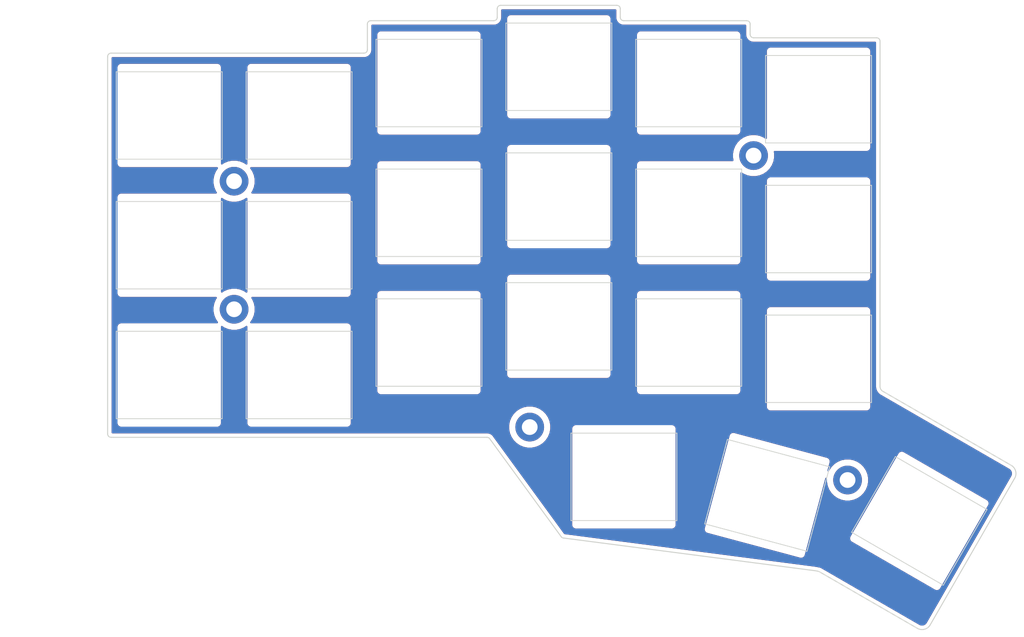
<source format=kicad_pcb>
(kicad_pcb (version 20171130) (host pcbnew "(5.1.5-0-10_14)")

  (general
    (thickness 1.6)
    (drawings 35)
    (tracks 0)
    (zones 0)
    (modules 28)
    (nets 1)
  )

  (page A4)
  (title_block
    (title "Corne Top Plate")
    (date 2020-11-12)
    (rev 2.1)
    (company foostan)
  )

  (layers
    (0 F.Cu signal)
    (31 B.Cu signal)
    (32 B.Adhes user)
    (33 F.Adhes user)
    (34 B.Paste user)
    (35 F.Paste user)
    (36 B.SilkS user)
    (37 F.SilkS user)
    (38 B.Mask user)
    (39 F.Mask user)
    (40 Dwgs.User user)
    (41 Cmts.User user)
    (42 Eco1.User user)
    (43 Eco2.User user)
    (44 Edge.Cuts user)
    (45 Margin user)
    (46 B.CrtYd user)
    (47 F.CrtYd user)
    (48 B.Fab user)
    (49 F.Fab user)
  )

  (setup
    (last_trace_width 0.25)
    (user_trace_width 0.2)
    (user_trace_width 0.5)
    (trace_clearance 0.2)
    (zone_clearance 0.508)
    (zone_45_only no)
    (trace_min 0.2)
    (via_size 0.6)
    (via_drill 0.4)
    (via_min_size 0.4)
    (via_min_drill 0.3)
    (uvia_size 0.3)
    (uvia_drill 0.1)
    (uvias_allowed no)
    (uvia_min_size 0.2)
    (uvia_min_drill 0.1)
    (edge_width 0.15)
    (segment_width 0.1)
    (pcb_text_width 0.3)
    (pcb_text_size 1.5 1.5)
    (mod_edge_width 0.15)
    (mod_text_size 1 1)
    (mod_text_width 0.15)
    (pad_size 4 4)
    (pad_drill 2.2)
    (pad_to_mask_clearance 0.2)
    (aux_axis_origin 174 65.7)
    (grid_origin 70.01 77.125)
    (visible_elements FFFFFF7F)
    (pcbplotparams
      (layerselection 0x010f0_ffffffff)
      (usegerberextensions true)
      (usegerberattributes false)
      (usegerberadvancedattributes false)
      (creategerberjobfile false)
      (excludeedgelayer true)
      (linewidth 0.100000)
      (plotframeref false)
      (viasonmask false)
      (mode 1)
      (useauxorigin false)
      (hpglpennumber 1)
      (hpglpenspeed 20)
      (hpglpendiameter 15.000000)
      (psnegative false)
      (psa4output false)
      (plotreference true)
      (plotvalue true)
      (plotinvisibletext false)
      (padsonsilk false)
      (subtractmaskfromsilk false)
      (outputformat 1)
      (mirror false)
      (drillshape 0)
      (scaleselection 1)
      (outputdirectory "../../../../../../../Desktop/2020-08-15/jlcpcb/corne-top-tray-mount/"))
  )

  (net 0 "")

  (net_class Default "これは標準のネット クラスです。"
    (clearance 0.2)
    (trace_width 0.25)
    (via_dia 0.6)
    (via_drill 0.4)
    (uvia_dia 0.3)
    (uvia_drill 0.1)
  )

  (module kbd:M2_Hole_TH (layer F.Cu) (tedit 5F7666C1) (tstamp 5AAA7D53)
    (at 169.25 130.5)
    (fp_text reference "" (at 0 -3.2) (layer F.SilkS)
      (effects (font (size 1 1) (thickness 0.15)))
    )
    (fp_text value "" (at 0 3.2) (layer F.Fab)
      (effects (font (size 1 1) (thickness 0.15)))
    )
    (fp_text user %R (at 0.3 0) (layer F.Fab)
      (effects (font (size 1 1) (thickness 0.15)))
    )
    (pad "" thru_hole circle (at 0 0) (size 4.2 4.2) (drill 2.3) (layers *.Cu *.Mask))
  )

  (module kbd:M2_Hole_TH (layer F.Cu) (tedit 5F7666C1) (tstamp 5AAA5A9F)
    (at 79.5 105.5)
    (fp_text reference "" (at 0 -3.2) (layer F.SilkS)
      (effects (font (size 1 1) (thickness 0.15)))
    )
    (fp_text value "" (at 0 3.2) (layer F.Fab)
      (effects (font (size 1 1) (thickness 0.15)))
    )
    (fp_text user %R (at 0.3 0) (layer F.Fab)
      (effects (font (size 1 1) (thickness 0.15)))
    )
    (pad "" thru_hole circle (at 0 0) (size 4.2 4.2) (drill 2.3) (layers *.Cu *.Mask))
  )

  (module kbd:M2_Hole_TH (layer F.Cu) (tedit 5F7666C1) (tstamp 5AAA7C39)
    (at 155.5 83)
    (fp_text reference "" (at 0 -3.2) (layer F.SilkS)
      (effects (font (size 1 1) (thickness 0.15)))
    )
    (fp_text value "" (at 0 3.2) (layer F.Fab)
      (effects (font (size 1 1) (thickness 0.15)))
    )
    (fp_text user %R (at 0.3 0) (layer F.Fab)
      (effects (font (size 1 1) (thickness 0.15)))
    )
    (pad "" thru_hole circle (at 0 0) (size 4.2 4.2) (drill 2.3) (layers *.Cu *.Mask))
  )

  (module kbd:M2_Hole_TH (layer F.Cu) (tedit 5F7666C1) (tstamp 5AAA5A7C)
    (at 79.5 86.75)
    (fp_text reference "" (at 0 -3.2) (layer F.SilkS)
      (effects (font (size 1 1) (thickness 0.15)))
    )
    (fp_text value "" (at 0 3.2) (layer F.Fab)
      (effects (font (size 1 1) (thickness 0.15)))
    )
    (fp_text user %R (at 0.3 0) (layer F.Fab)
      (effects (font (size 1 1) (thickness 0.15)))
    )
    (pad "" thru_hole circle (at 0 0) (size 4.2 4.2) (drill 2.3) (layers *.Cu *.Mask))
  )

  (module kbd:M2_Hole_TH (layer F.Cu) (tedit 5F7666C1) (tstamp 5AAA7C4A)
    (at 122.75 122.75)
    (fp_text reference "" (at 0 -3.2) (layer F.SilkS)
      (effects (font (size 1 1) (thickness 0.15)))
    )
    (fp_text value "" (at 0 3.2) (layer F.Fab)
      (effects (font (size 1 1) (thickness 0.15)))
    )
    (fp_text user %R (at 0.3 0) (layer F.Fab)
      (effects (font (size 1 1) (thickness 0.15)))
    )
    (pad "" thru_hole circle (at 0 0) (size 4.2 4.2) (drill 2.3) (layers *.Cu *.Mask))
  )

  (module kbd:SW_Hole_ALPS (layer F.Cu) (tedit 5FAC88DF) (tstamp 5DC20BEA)
    (at 179.75 136.485 330)
    (fp_text reference SW2 (at 7 8.1 150) (layer F.SilkS) hide
      (effects (font (size 1 1) (thickness 0.15)))
    )
    (fp_text value KEY_SWITCH (at -7.4 -8.1 150) (layer F.Fab) hide
      (effects (font (size 1 1) (thickness 0.15)))
    )
    (fp_line (start 9.525 9.525) (end 9.525 -9.525) (layer F.Fab) (width 0.15))
    (fp_line (start -9.525 9.525) (end 9.525 9.525) (layer F.Fab) (width 0.15))
    (fp_line (start -9.525 -9.525) (end -9.525 9.525) (layer F.Fab) (width 0.15))
    (fp_line (start 9.525 -9.525) (end -9.525 -9.525) (layer F.Fab) (width 0.15))
    (fp_line (start -7.75 -6.4) (end -7.75 6.4) (layer Edge.Cuts) (width 0.12))
    (fp_line (start -7.75 6.4) (end 7.75 6.4) (layer Edge.Cuts) (width 0.12))
    (fp_line (start 7.75 6.4) (end 7.75 -6.4) (layer Edge.Cuts) (width 0.12))
    (fp_line (start 7.75 -6.4) (end -7.75 -6.4) (layer Edge.Cuts) (width 0.12))
  )

  (module kbd:SW_Hole_ALPS (layer F.Cu) (tedit 5FAC88DF) (tstamp 5DC20BC9)
    (at 157.492 132.744 345)
    (fp_text reference SW2 (at 7.000001 8.1 165) (layer F.SilkS) hide
      (effects (font (size 1 1) (thickness 0.15)))
    )
    (fp_text value KEY_SWITCH (at -7.4 -8.1 165) (layer F.Fab) hide
      (effects (font (size 1 1) (thickness 0.15)))
    )
    (fp_line (start 9.525 9.525) (end 9.525 -9.525) (layer F.Fab) (width 0.15))
    (fp_line (start -9.525 9.525) (end 9.525 9.525) (layer F.Fab) (width 0.15))
    (fp_line (start -9.525 -9.525) (end -9.525 9.525) (layer F.Fab) (width 0.15))
    (fp_line (start 9.525 -9.525) (end -9.525 -9.525) (layer F.Fab) (width 0.15))
    (fp_line (start -7.75 -6.4) (end -7.75 6.4) (layer Edge.Cuts) (width 0.12))
    (fp_line (start -7.75 6.4) (end 7.75 6.4) (layer Edge.Cuts) (width 0.12))
    (fp_line (start 7.75 6.4) (end 7.75 -6.4) (layer Edge.Cuts) (width 0.12))
    (fp_line (start 7.75 -6.4) (end -7.75 -6.4) (layer Edge.Cuts) (width 0.12))
  )

  (module kbd:SW_Hole_ALPS (layer F.Cu) (tedit 5FAC88DF) (tstamp 5DC20B59)
    (at 136.53 130.035)
    (fp_text reference SW2 (at 7 8.1) (layer F.SilkS) hide
      (effects (font (size 1 1) (thickness 0.15)))
    )
    (fp_text value KEY_SWITCH (at -7.4 -8.1) (layer F.Fab) hide
      (effects (font (size 1 1) (thickness 0.15)))
    )
    (fp_line (start 9.525 9.525) (end 9.525 -9.525) (layer F.Fab) (width 0.15))
    (fp_line (start -9.525 9.525) (end 9.525 9.525) (layer F.Fab) (width 0.15))
    (fp_line (start -9.525 -9.525) (end -9.525 9.525) (layer F.Fab) (width 0.15))
    (fp_line (start 9.525 -9.525) (end -9.525 -9.525) (layer F.Fab) (width 0.15))
    (fp_line (start -7.75 -6.4) (end -7.75 6.4) (layer Edge.Cuts) (width 0.12))
    (fp_line (start -7.75 6.4) (end 7.75 6.4) (layer Edge.Cuts) (width 0.12))
    (fp_line (start 7.75 6.4) (end 7.75 -6.4) (layer Edge.Cuts) (width 0.12))
    (fp_line (start 7.75 -6.4) (end -7.75 -6.4) (layer Edge.Cuts) (width 0.12))
  )

  (module kbd:SW_Hole_ALPS (layer F.Cu) (tedit 5FAC88DF) (tstamp 5DC20AAA)
    (at 165.01 112.75)
    (fp_text reference SW2 (at 7 8.1) (layer F.SilkS) hide
      (effects (font (size 1 1) (thickness 0.15)))
    )
    (fp_text value KEY_SWITCH (at -7.4 -8.1) (layer F.Fab) hide
      (effects (font (size 1 1) (thickness 0.15)))
    )
    (fp_line (start 9.525 9.525) (end 9.525 -9.525) (layer F.Fab) (width 0.15))
    (fp_line (start -9.525 9.525) (end 9.525 9.525) (layer F.Fab) (width 0.15))
    (fp_line (start -9.525 -9.525) (end -9.525 9.525) (layer F.Fab) (width 0.15))
    (fp_line (start 9.525 -9.525) (end -9.525 -9.525) (layer F.Fab) (width 0.15))
    (fp_line (start -7.75 -6.4) (end -7.75 6.4) (layer Edge.Cuts) (width 0.12))
    (fp_line (start -7.75 6.4) (end 7.75 6.4) (layer Edge.Cuts) (width 0.12))
    (fp_line (start 7.75 6.4) (end 7.75 -6.4) (layer Edge.Cuts) (width 0.12))
    (fp_line (start 7.75 -6.4) (end -7.75 -6.4) (layer Edge.Cuts) (width 0.12))
  )

  (module kbd:SW_Hole_ALPS (layer F.Cu) (tedit 5FAC88DF) (tstamp 5DC20A9F)
    (at 165.01 74.75)
    (fp_text reference SW2 (at 7 8.1) (layer F.SilkS) hide
      (effects (font (size 1 1) (thickness 0.15)))
    )
    (fp_text value KEY_SWITCH (at -7.4 -8.1) (layer F.Fab) hide
      (effects (font (size 1 1) (thickness 0.15)))
    )
    (fp_line (start 9.525 9.525) (end 9.525 -9.525) (layer F.Fab) (width 0.15))
    (fp_line (start -9.525 9.525) (end 9.525 9.525) (layer F.Fab) (width 0.15))
    (fp_line (start -9.525 -9.525) (end -9.525 9.525) (layer F.Fab) (width 0.15))
    (fp_line (start 9.525 -9.525) (end -9.525 -9.525) (layer F.Fab) (width 0.15))
    (fp_line (start -7.75 -6.4) (end -7.75 6.4) (layer Edge.Cuts) (width 0.12))
    (fp_line (start -7.75 6.4) (end 7.75 6.4) (layer Edge.Cuts) (width 0.12))
    (fp_line (start 7.75 6.4) (end 7.75 -6.4) (layer Edge.Cuts) (width 0.12))
    (fp_line (start 7.75 -6.4) (end -7.75 -6.4) (layer Edge.Cuts) (width 0.12))
  )

  (module kbd:SW_Hole_ALPS (layer F.Cu) (tedit 5FAC88DF) (tstamp 5DC20A94)
    (at 165.01 93.75)
    (fp_text reference SW2 (at 7 8.1) (layer F.SilkS) hide
      (effects (font (size 1 1) (thickness 0.15)))
    )
    (fp_text value KEY_SWITCH (at -7.4 -8.1) (layer F.Fab) hide
      (effects (font (size 1 1) (thickness 0.15)))
    )
    (fp_line (start 9.525 9.525) (end 9.525 -9.525) (layer F.Fab) (width 0.15))
    (fp_line (start -9.525 9.525) (end 9.525 9.525) (layer F.Fab) (width 0.15))
    (fp_line (start -9.525 -9.525) (end -9.525 9.525) (layer F.Fab) (width 0.15))
    (fp_line (start 9.525 -9.525) (end -9.525 -9.525) (layer F.Fab) (width 0.15))
    (fp_line (start -7.75 -6.4) (end -7.75 6.4) (layer Edge.Cuts) (width 0.12))
    (fp_line (start -7.75 6.4) (end 7.75 6.4) (layer Edge.Cuts) (width 0.12))
    (fp_line (start 7.75 6.4) (end 7.75 -6.4) (layer Edge.Cuts) (width 0.12))
    (fp_line (start 7.75 -6.4) (end -7.75 -6.4) (layer Edge.Cuts) (width 0.12))
  )

  (module kbd:SW_Hole_ALPS (layer F.Cu) (tedit 5FAC88DF) (tstamp 5DC20A68)
    (at 146.01 91.375)
    (fp_text reference SW2 (at 7 8.1) (layer F.SilkS) hide
      (effects (font (size 1 1) (thickness 0.15)))
    )
    (fp_text value KEY_SWITCH (at -7.4 -8.1) (layer F.Fab) hide
      (effects (font (size 1 1) (thickness 0.15)))
    )
    (fp_line (start 9.525 9.525) (end 9.525 -9.525) (layer F.Fab) (width 0.15))
    (fp_line (start -9.525 9.525) (end 9.525 9.525) (layer F.Fab) (width 0.15))
    (fp_line (start -9.525 -9.525) (end -9.525 9.525) (layer F.Fab) (width 0.15))
    (fp_line (start 9.525 -9.525) (end -9.525 -9.525) (layer F.Fab) (width 0.15))
    (fp_line (start -7.75 -6.4) (end -7.75 6.4) (layer Edge.Cuts) (width 0.12))
    (fp_line (start -7.75 6.4) (end 7.75 6.4) (layer Edge.Cuts) (width 0.12))
    (fp_line (start 7.75 6.4) (end 7.75 -6.4) (layer Edge.Cuts) (width 0.12))
    (fp_line (start 7.75 -6.4) (end -7.75 -6.4) (layer Edge.Cuts) (width 0.12))
  )

  (module kbd:SW_Hole_ALPS (layer F.Cu) (tedit 5FAC88DF) (tstamp 5DC20A5D)
    (at 146.01 72.375)
    (fp_text reference SW2 (at 7 8.1) (layer F.SilkS) hide
      (effects (font (size 1 1) (thickness 0.15)))
    )
    (fp_text value KEY_SWITCH (at -7.4 -8.1) (layer F.Fab) hide
      (effects (font (size 1 1) (thickness 0.15)))
    )
    (fp_line (start 9.525 9.525) (end 9.525 -9.525) (layer F.Fab) (width 0.15))
    (fp_line (start -9.525 9.525) (end 9.525 9.525) (layer F.Fab) (width 0.15))
    (fp_line (start -9.525 -9.525) (end -9.525 9.525) (layer F.Fab) (width 0.15))
    (fp_line (start 9.525 -9.525) (end -9.525 -9.525) (layer F.Fab) (width 0.15))
    (fp_line (start -7.75 -6.4) (end -7.75 6.4) (layer Edge.Cuts) (width 0.12))
    (fp_line (start -7.75 6.4) (end 7.75 6.4) (layer Edge.Cuts) (width 0.12))
    (fp_line (start 7.75 6.4) (end 7.75 -6.4) (layer Edge.Cuts) (width 0.12))
    (fp_line (start 7.75 -6.4) (end -7.75 -6.4) (layer Edge.Cuts) (width 0.12))
  )

  (module kbd:SW_Hole_ALPS (layer F.Cu) (tedit 5FAC88DF) (tstamp 5DC20A52)
    (at 146.01 110.375)
    (fp_text reference SW2 (at 7 8.1) (layer F.SilkS) hide
      (effects (font (size 1 1) (thickness 0.15)))
    )
    (fp_text value KEY_SWITCH (at -7.4 -8.1) (layer F.Fab) hide
      (effects (font (size 1 1) (thickness 0.15)))
    )
    (fp_line (start 9.525 9.525) (end 9.525 -9.525) (layer F.Fab) (width 0.15))
    (fp_line (start -9.525 9.525) (end 9.525 9.525) (layer F.Fab) (width 0.15))
    (fp_line (start -9.525 -9.525) (end -9.525 9.525) (layer F.Fab) (width 0.15))
    (fp_line (start 9.525 -9.525) (end -9.525 -9.525) (layer F.Fab) (width 0.15))
    (fp_line (start -7.75 -6.4) (end -7.75 6.4) (layer Edge.Cuts) (width 0.12))
    (fp_line (start -7.75 6.4) (end 7.75 6.4) (layer Edge.Cuts) (width 0.12))
    (fp_line (start 7.75 6.4) (end 7.75 -6.4) (layer Edge.Cuts) (width 0.12))
    (fp_line (start 7.75 -6.4) (end -7.75 -6.4) (layer Edge.Cuts) (width 0.12))
  )

  (module kbd:SW_Hole_ALPS (layer F.Cu) (tedit 5FAC88DF) (tstamp 5DC20A26)
    (at 127.01 89)
    (fp_text reference SW2 (at 7 8.1) (layer F.SilkS) hide
      (effects (font (size 1 1) (thickness 0.15)))
    )
    (fp_text value KEY_SWITCH (at -7.4 -8.1) (layer F.Fab) hide
      (effects (font (size 1 1) (thickness 0.15)))
    )
    (fp_line (start 9.525 9.525) (end 9.525 -9.525) (layer F.Fab) (width 0.15))
    (fp_line (start -9.525 9.525) (end 9.525 9.525) (layer F.Fab) (width 0.15))
    (fp_line (start -9.525 -9.525) (end -9.525 9.525) (layer F.Fab) (width 0.15))
    (fp_line (start 9.525 -9.525) (end -9.525 -9.525) (layer F.Fab) (width 0.15))
    (fp_line (start -7.75 -6.4) (end -7.75 6.4) (layer Edge.Cuts) (width 0.12))
    (fp_line (start -7.75 6.4) (end 7.75 6.4) (layer Edge.Cuts) (width 0.12))
    (fp_line (start 7.75 6.4) (end 7.75 -6.4) (layer Edge.Cuts) (width 0.12))
    (fp_line (start 7.75 -6.4) (end -7.75 -6.4) (layer Edge.Cuts) (width 0.12))
  )

  (module kbd:SW_Hole_ALPS (layer F.Cu) (tedit 5FAC88DF) (tstamp 5DC20A1B)
    (at 127.01 108)
    (fp_text reference SW2 (at 7 8.1) (layer F.SilkS) hide
      (effects (font (size 1 1) (thickness 0.15)))
    )
    (fp_text value KEY_SWITCH (at -7.4 -8.1) (layer F.Fab) hide
      (effects (font (size 1 1) (thickness 0.15)))
    )
    (fp_line (start 9.525 9.525) (end 9.525 -9.525) (layer F.Fab) (width 0.15))
    (fp_line (start -9.525 9.525) (end 9.525 9.525) (layer F.Fab) (width 0.15))
    (fp_line (start -9.525 -9.525) (end -9.525 9.525) (layer F.Fab) (width 0.15))
    (fp_line (start 9.525 -9.525) (end -9.525 -9.525) (layer F.Fab) (width 0.15))
    (fp_line (start -7.75 -6.4) (end -7.75 6.4) (layer Edge.Cuts) (width 0.12))
    (fp_line (start -7.75 6.4) (end 7.75 6.4) (layer Edge.Cuts) (width 0.12))
    (fp_line (start 7.75 6.4) (end 7.75 -6.4) (layer Edge.Cuts) (width 0.12))
    (fp_line (start 7.75 -6.4) (end -7.75 -6.4) (layer Edge.Cuts) (width 0.12))
  )

  (module kbd:SW_Hole_ALPS (layer F.Cu) (tedit 5FAC88DF) (tstamp 5DC20A10)
    (at 127.01 70)
    (fp_text reference SW2 (at 7 8.1) (layer F.SilkS) hide
      (effects (font (size 1 1) (thickness 0.15)))
    )
    (fp_text value KEY_SWITCH (at -7.4 -8.1) (layer F.Fab) hide
      (effects (font (size 1 1) (thickness 0.15)))
    )
    (fp_line (start 9.525 9.525) (end 9.525 -9.525) (layer F.Fab) (width 0.15))
    (fp_line (start -9.525 9.525) (end 9.525 9.525) (layer F.Fab) (width 0.15))
    (fp_line (start -9.525 -9.525) (end -9.525 9.525) (layer F.Fab) (width 0.15))
    (fp_line (start 9.525 -9.525) (end -9.525 -9.525) (layer F.Fab) (width 0.15))
    (fp_line (start -7.75 -6.4) (end -7.75 6.4) (layer Edge.Cuts) (width 0.12))
    (fp_line (start -7.75 6.4) (end 7.75 6.4) (layer Edge.Cuts) (width 0.12))
    (fp_line (start 7.75 6.4) (end 7.75 -6.4) (layer Edge.Cuts) (width 0.12))
    (fp_line (start 7.75 -6.4) (end -7.75 -6.4) (layer Edge.Cuts) (width 0.12))
  )

  (module kbd:SW_Hole_ALPS (layer F.Cu) (tedit 5FAC88DF) (tstamp 5DC209E4)
    (at 108.01 91.375)
    (fp_text reference SW2 (at 7 8.1) (layer F.SilkS) hide
      (effects (font (size 1 1) (thickness 0.15)))
    )
    (fp_text value KEY_SWITCH (at -7.4 -8.1) (layer F.Fab) hide
      (effects (font (size 1 1) (thickness 0.15)))
    )
    (fp_line (start 9.525 9.525) (end 9.525 -9.525) (layer F.Fab) (width 0.15))
    (fp_line (start -9.525 9.525) (end 9.525 9.525) (layer F.Fab) (width 0.15))
    (fp_line (start -9.525 -9.525) (end -9.525 9.525) (layer F.Fab) (width 0.15))
    (fp_line (start 9.525 -9.525) (end -9.525 -9.525) (layer F.Fab) (width 0.15))
    (fp_line (start -7.75 -6.4) (end -7.75 6.4) (layer Edge.Cuts) (width 0.12))
    (fp_line (start -7.75 6.4) (end 7.75 6.4) (layer Edge.Cuts) (width 0.12))
    (fp_line (start 7.75 6.4) (end 7.75 -6.4) (layer Edge.Cuts) (width 0.12))
    (fp_line (start 7.75 -6.4) (end -7.75 -6.4) (layer Edge.Cuts) (width 0.12))
  )

  (module kbd:SW_Hole_ALPS (layer F.Cu) (tedit 5FAC88DF) (tstamp 5DC209D9)
    (at 108.01 110.375)
    (fp_text reference SW2 (at 7 8.1) (layer F.SilkS) hide
      (effects (font (size 1 1) (thickness 0.15)))
    )
    (fp_text value KEY_SWITCH (at -7.4 -8.1) (layer F.Fab) hide
      (effects (font (size 1 1) (thickness 0.15)))
    )
    (fp_line (start 9.525 9.525) (end 9.525 -9.525) (layer F.Fab) (width 0.15))
    (fp_line (start -9.525 9.525) (end 9.525 9.525) (layer F.Fab) (width 0.15))
    (fp_line (start -9.525 -9.525) (end -9.525 9.525) (layer F.Fab) (width 0.15))
    (fp_line (start 9.525 -9.525) (end -9.525 -9.525) (layer F.Fab) (width 0.15))
    (fp_line (start -7.75 -6.4) (end -7.75 6.4) (layer Edge.Cuts) (width 0.12))
    (fp_line (start -7.75 6.4) (end 7.75 6.4) (layer Edge.Cuts) (width 0.12))
    (fp_line (start 7.75 6.4) (end 7.75 -6.4) (layer Edge.Cuts) (width 0.12))
    (fp_line (start 7.75 -6.4) (end -7.75 -6.4) (layer Edge.Cuts) (width 0.12))
  )

  (module kbd:SW_Hole_ALPS (layer F.Cu) (tedit 5FAC88DF) (tstamp 5DC209CE)
    (at 108.01 72.375)
    (fp_text reference SW2 (at 7 8.1) (layer F.SilkS) hide
      (effects (font (size 1 1) (thickness 0.15)))
    )
    (fp_text value KEY_SWITCH (at -7.4 -8.1) (layer F.Fab) hide
      (effects (font (size 1 1) (thickness 0.15)))
    )
    (fp_line (start 9.525 9.525) (end 9.525 -9.525) (layer F.Fab) (width 0.15))
    (fp_line (start -9.525 9.525) (end 9.525 9.525) (layer F.Fab) (width 0.15))
    (fp_line (start -9.525 -9.525) (end -9.525 9.525) (layer F.Fab) (width 0.15))
    (fp_line (start 9.525 -9.525) (end -9.525 -9.525) (layer F.Fab) (width 0.15))
    (fp_line (start -7.75 -6.4) (end -7.75 6.4) (layer Edge.Cuts) (width 0.12))
    (fp_line (start -7.75 6.4) (end 7.75 6.4) (layer Edge.Cuts) (width 0.12))
    (fp_line (start 7.75 6.4) (end 7.75 -6.4) (layer Edge.Cuts) (width 0.12))
    (fp_line (start 7.75 -6.4) (end -7.75 -6.4) (layer Edge.Cuts) (width 0.12))
  )

  (module kbd:SW_Hole_ALPS (layer F.Cu) (tedit 5FAC88DF) (tstamp 5DC2068E)
    (at 89.01 96.125)
    (fp_text reference SW2 (at 7 8.1) (layer F.SilkS) hide
      (effects (font (size 1 1) (thickness 0.15)))
    )
    (fp_text value KEY_SWITCH (at -7.4 -8.1) (layer F.Fab) hide
      (effects (font (size 1 1) (thickness 0.15)))
    )
    (fp_line (start 9.525 9.525) (end 9.525 -9.525) (layer F.Fab) (width 0.15))
    (fp_line (start -9.525 9.525) (end 9.525 9.525) (layer F.Fab) (width 0.15))
    (fp_line (start -9.525 -9.525) (end -9.525 9.525) (layer F.Fab) (width 0.15))
    (fp_line (start 9.525 -9.525) (end -9.525 -9.525) (layer F.Fab) (width 0.15))
    (fp_line (start -7.75 -6.4) (end -7.75 6.4) (layer Edge.Cuts) (width 0.12))
    (fp_line (start -7.75 6.4) (end 7.75 6.4) (layer Edge.Cuts) (width 0.12))
    (fp_line (start 7.75 6.4) (end 7.75 -6.4) (layer Edge.Cuts) (width 0.12))
    (fp_line (start 7.75 -6.4) (end -7.75 -6.4) (layer Edge.Cuts) (width 0.12))
  )

  (module kbd:SW_Hole_ALPS (layer F.Cu) (tedit 5FAC88DF) (tstamp 5DC20683)
    (at 89.01 115.125)
    (fp_text reference SW2 (at 7 8.1) (layer F.SilkS) hide
      (effects (font (size 1 1) (thickness 0.15)))
    )
    (fp_text value KEY_SWITCH (at -7.4 -8.1) (layer F.Fab) hide
      (effects (font (size 1 1) (thickness 0.15)))
    )
    (fp_line (start 9.525 9.525) (end 9.525 -9.525) (layer F.Fab) (width 0.15))
    (fp_line (start -9.525 9.525) (end 9.525 9.525) (layer F.Fab) (width 0.15))
    (fp_line (start -9.525 -9.525) (end -9.525 9.525) (layer F.Fab) (width 0.15))
    (fp_line (start 9.525 -9.525) (end -9.525 -9.525) (layer F.Fab) (width 0.15))
    (fp_line (start -7.75 -6.4) (end -7.75 6.4) (layer Edge.Cuts) (width 0.12))
    (fp_line (start -7.75 6.4) (end 7.75 6.4) (layer Edge.Cuts) (width 0.12))
    (fp_line (start 7.75 6.4) (end 7.75 -6.4) (layer Edge.Cuts) (width 0.12))
    (fp_line (start 7.75 -6.4) (end -7.75 -6.4) (layer Edge.Cuts) (width 0.12))
  )

  (module kbd:SW_Hole_ALPS (layer F.Cu) (tedit 5FAC88DF) (tstamp 5DC20678)
    (at 89.01 77.125)
    (fp_text reference SW2 (at 7 8.1) (layer F.SilkS) hide
      (effects (font (size 1 1) (thickness 0.15)))
    )
    (fp_text value KEY_SWITCH (at -7.4 -8.1) (layer F.Fab) hide
      (effects (font (size 1 1) (thickness 0.15)))
    )
    (fp_line (start 9.525 9.525) (end 9.525 -9.525) (layer F.Fab) (width 0.15))
    (fp_line (start -9.525 9.525) (end 9.525 9.525) (layer F.Fab) (width 0.15))
    (fp_line (start -9.525 -9.525) (end -9.525 9.525) (layer F.Fab) (width 0.15))
    (fp_line (start 9.525 -9.525) (end -9.525 -9.525) (layer F.Fab) (width 0.15))
    (fp_line (start -7.75 -6.4) (end -7.75 6.4) (layer Edge.Cuts) (width 0.12))
    (fp_line (start -7.75 6.4) (end 7.75 6.4) (layer Edge.Cuts) (width 0.12))
    (fp_line (start 7.75 6.4) (end 7.75 -6.4) (layer Edge.Cuts) (width 0.12))
    (fp_line (start 7.75 -6.4) (end -7.75 -6.4) (layer Edge.Cuts) (width 0.12))
  )

  (module kbd:SW_Hole_ALPS (layer F.Cu) (tedit 5FAC88DF) (tstamp 5DC2064A)
    (at 70.01 115.125)
    (fp_text reference SW2 (at 7 8.1) (layer F.SilkS) hide
      (effects (font (size 1 1) (thickness 0.15)))
    )
    (fp_text value KEY_SWITCH (at -7.4 -8.1) (layer F.Fab) hide
      (effects (font (size 1 1) (thickness 0.15)))
    )
    (fp_line (start 9.525 9.525) (end 9.525 -9.525) (layer F.Fab) (width 0.15))
    (fp_line (start -9.525 9.525) (end 9.525 9.525) (layer F.Fab) (width 0.15))
    (fp_line (start -9.525 -9.525) (end -9.525 9.525) (layer F.Fab) (width 0.15))
    (fp_line (start 9.525 -9.525) (end -9.525 -9.525) (layer F.Fab) (width 0.15))
    (fp_line (start -7.75 -6.4) (end -7.75 6.4) (layer Edge.Cuts) (width 0.12))
    (fp_line (start -7.75 6.4) (end 7.75 6.4) (layer Edge.Cuts) (width 0.12))
    (fp_line (start 7.75 6.4) (end 7.75 -6.4) (layer Edge.Cuts) (width 0.12))
    (fp_line (start 7.75 -6.4) (end -7.75 -6.4) (layer Edge.Cuts) (width 0.12))
  )

  (module kbd:SW_Hole_ALPS (layer F.Cu) (tedit 5FAC88DF) (tstamp 5DC20634)
    (at 70.01 96.125)
    (fp_text reference SW2 (at 7 8.1) (layer F.SilkS) hide
      (effects (font (size 1 1) (thickness 0.15)))
    )
    (fp_text value KEY_SWITCH (at -7.4 -8.1) (layer F.Fab) hide
      (effects (font (size 1 1) (thickness 0.15)))
    )
    (fp_line (start 9.525 9.525) (end 9.525 -9.525) (layer F.Fab) (width 0.15))
    (fp_line (start -9.525 9.525) (end 9.525 9.525) (layer F.Fab) (width 0.15))
    (fp_line (start -9.525 -9.525) (end -9.525 9.525) (layer F.Fab) (width 0.15))
    (fp_line (start 9.525 -9.525) (end -9.525 -9.525) (layer F.Fab) (width 0.15))
    (fp_line (start -7.75 -6.4) (end -7.75 6.4) (layer Edge.Cuts) (width 0.12))
    (fp_line (start -7.75 6.4) (end 7.75 6.4) (layer Edge.Cuts) (width 0.12))
    (fp_line (start 7.75 6.4) (end 7.75 -6.4) (layer Edge.Cuts) (width 0.12))
    (fp_line (start 7.75 -6.4) (end -7.75 -6.4) (layer Edge.Cuts) (width 0.12))
  )

  (module kbd:SW_Hole_ALPS (layer F.Cu) (tedit 5FAC88DF) (tstamp 5DC20052)
    (at 70.01 77.125)
    (fp_text reference SW2 (at 7 8.1) (layer F.SilkS) hide
      (effects (font (size 1 1) (thickness 0.15)))
    )
    (fp_text value KEY_SWITCH (at -7.4 -8.1) (layer F.Fab) hide
      (effects (font (size 1 1) (thickness 0.15)))
    )
    (fp_line (start 9.525 9.525) (end 9.525 -9.525) (layer F.Fab) (width 0.15))
    (fp_line (start -9.525 9.525) (end 9.525 9.525) (layer F.Fab) (width 0.15))
    (fp_line (start -9.525 -9.525) (end -9.525 9.525) (layer F.Fab) (width 0.15))
    (fp_line (start 9.525 -9.525) (end -9.525 -9.525) (layer F.Fab) (width 0.15))
    (fp_line (start -7.75 -6.4) (end -7.75 6.4) (layer Edge.Cuts) (width 0.12))
    (fp_line (start -7.75 6.4) (end 7.75 6.4) (layer Edge.Cuts) (width 0.12))
    (fp_line (start 7.75 6.4) (end 7.75 -6.4) (layer Edge.Cuts) (width 0.12))
    (fp_line (start 7.75 -6.4) (end -7.75 -6.4) (layer Edge.Cuts) (width 0.12))
  )

  (module kbd:corne-logo-horizontal-mask (layer B.Cu) (tedit 5F379277) (tstamp 5F37F48F)
    (at 108.085 121.975 180)
    (fp_text reference G*** (at 0 0) (layer B.SilkS) hide
      (effects (font (size 1.524 1.524) (thickness 0.3)) (justify mirror))
    )
    (fp_text value LOGO (at 0.75 0) (layer B.SilkS) hide
      (effects (font (size 1.524 1.524) (thickness 0.3)) (justify mirror))
    )
    (fp_poly (pts (xy -4.440451 1.224012) (xy -4.325752 1.197898) (xy -4.10465 1.107361) (xy -3.913207 0.980964)
      (xy -3.756278 0.823012) (xy -3.638718 0.637812) (xy -3.604063 0.557746) (xy -3.570036 0.464269)
      (xy -3.558417 0.405239) (xy -3.575702 0.372739) (xy -3.628388 0.358851) (xy -3.722971 0.355657)
      (xy -3.769931 0.3556) (xy -3.983861 0.355601) (xy -4.014767 0.449246) (xy -4.081357 0.575106)
      (xy -4.187862 0.686497) (xy -4.324037 0.776988) (xy -4.479636 0.840146) (xy -4.644415 0.869539)
      (xy -4.686301 0.870858) (xy -4.868631 0.84809) (xy -5.038935 0.783779) (xy -5.188484 0.683911)
      (xy -5.308547 0.554474) (xy -5.390395 0.401453) (xy -5.396593 0.383733) (xy -5.430144 0.225076)
      (xy -5.435927 0.049598) (xy -5.415241 -0.124327) (xy -5.369387 -0.278322) (xy -5.346325 -0.326531)
      (xy -5.240596 -0.477138) (xy -5.105721 -0.589303) (xy -4.958398 -0.660915) (xy -4.779711 -0.703926)
      (xy -4.600241 -0.703773) (xy -4.428428 -0.663785) (xy -4.27271 -0.587291) (xy -4.141526 -0.477622)
      (xy -4.043316 -0.338106) (xy -4.021733 -0.291389) (xy -3.9751 -0.17799) (xy -3.76555 -0.177895)
      (xy -3.662832 -0.178561) (xy -3.600716 -0.18262) (xy -3.569005 -0.192992) (xy -3.557503 -0.212594)
      (xy -3.556 -0.237887) (xy -3.571525 -0.312902) (xy -3.613076 -0.412781) (xy -3.673122 -0.524252)
      (xy -3.744131 -0.634041) (xy -3.818571 -0.728876) (xy -3.857462 -0.769119) (xy -4.037236 -0.904131)
      (xy -4.246093 -1.004811) (xy -4.47294 -1.067913) (xy -4.706682 -1.090194) (xy -4.9022 -1.074664)
      (xy -5.095413 -1.023943) (xy -5.283049 -0.940877) (xy -5.45274 -0.83286) (xy -5.592117 -0.707289)
      (xy -5.659011 -0.622165) (xy -5.74034 -0.487841) (xy -5.79623 -0.362887) (xy -5.830809 -0.232138)
      (xy -5.848207 -0.08043) (xy -5.852586 0.0889) (xy -5.851081 0.229806) (xy -5.845379 0.333812)
      (xy -5.833702 0.414764) (xy -5.81427 0.486506) (xy -5.794649 0.539803) (xy -5.689003 0.739457)
      (xy -5.542738 0.915974) (xy -5.363624 1.061684) (xy -5.159431 1.168915) (xy -5.1562 1.170198)
      (xy -5.000217 1.214086) (xy -4.816245 1.238108) (xy -4.623313 1.241628) (xy -4.440451 1.224012)) (layer B.Mask) (width 0.01))
    (fp_poly (pts (xy -2.057514 1.23816) (xy -1.80406 1.202889) (xy -1.575975 1.126193) (xy -1.376325 1.010135)
      (xy -1.208175 0.856778) (xy -1.074592 0.668184) (xy -1.010044 0.5334) (xy -0.978482 0.419295)
      (xy -0.958215 0.271629) (xy -0.94947 0.10642) (xy -0.952475 -0.060313) (xy -0.967457 -0.212551)
      (xy -0.994644 -0.334275) (xy -0.997595 -0.3429) (xy -1.093981 -0.540172) (xy -1.233225 -0.716574)
      (xy -1.409821 -0.866769) (xy -1.618259 -0.985421) (xy -1.69316 -1.01677) (xy -1.825179 -1.053019)
      (xy -1.988165 -1.076467) (xy -2.163719 -1.086287) (xy -2.33344 -1.08165) (xy -2.478926 -1.061729)
      (xy -2.511747 -1.053599) (xy -2.725647 -0.971401) (xy -2.920379 -0.853093) (xy -3.087345 -0.705635)
      (xy -3.217944 -0.535986) (xy -3.268818 -0.440895) (xy -3.307163 -0.338102) (xy -3.341349 -0.213876)
      (xy -3.361401 -0.110628) (xy -3.368752 0.030776) (xy -2.944426 0.030776) (xy -2.930091 -0.116866)
      (xy -2.909959 -0.198207) (xy -2.856706 -0.310941) (xy -2.776305 -0.426333) (xy -2.682322 -0.527702)
      (xy -2.588326 -0.598365) (xy -2.581542 -0.60202) (xy -2.384802 -0.678118) (xy -2.179811 -0.708463)
      (xy -1.976396 -0.692243) (xy -1.863836 -0.661468) (xy -1.686556 -0.574347) (xy -1.54209 -0.450677)
      (xy -1.434913 -0.294341) (xy -1.43048 -0.285466) (xy -1.37749 -0.129401) (xy -1.355507 0.047702)
      (xy -1.364861 0.226983) (xy -1.405879 0.389579) (xy -1.418211 0.4191) (xy -1.515542 0.578094)
      (xy -1.643239 0.702908) (xy -1.793936 0.793377) (xy -1.960264 0.849334) (xy -2.134858 0.870614)
      (xy -2.310351 0.857051) (xy -2.479376 0.808478) (xy -2.634566 0.72473) (xy -2.768555 0.60564)
      (xy -2.873535 0.451899) (xy -2.915081 0.334193) (xy -2.939067 0.187474) (xy -2.944426 0.030776)
      (xy -3.368752 0.030776) (xy -3.374262 0.136764) (xy -3.34185 0.371307) (xy -3.26665 0.587948)
      (xy -3.151143 0.781635) (xy -2.997813 0.947313) (xy -2.80914 1.079931) (xy -2.765081 1.103197)
      (xy -2.590795 1.177947) (xy -2.41947 1.222719) (xy -2.233595 1.240853) (xy -2.057514 1.23816)) (layer B.Mask) (width 0.01))
    (fp_poly (pts (xy 4.73403 1.221594) (xy 4.956394 1.155295) (xy 5.154633 1.049787) (xy 5.324579 0.909153)
      (xy 5.462059 0.737476) (xy 5.562904 0.538838) (xy 5.622943 0.317322) (xy 5.6388 0.121664)
      (xy 5.6388 -0.0254) (xy 3.7338 -0.0254) (xy 3.7338 -0.098498) (xy 3.756717 -0.221649)
      (xy 3.820155 -0.349172) (xy 3.916143 -0.470298) (xy 4.036711 -0.574256) (xy 4.125888 -0.628239)
      (xy 4.261742 -0.679647) (xy 4.422404 -0.704683) (xy 4.435372 -0.705596) (xy 4.617629 -0.703127)
      (xy 4.771303 -0.666329) (xy 4.908995 -0.590614) (xy 5.023693 -0.491419) (xy 5.159513 -0.3556)
      (xy 5.362768 -0.3556) (xy 5.463311 -0.356246) (xy 5.522533 -0.360122) (xy 5.54991 -0.370133)
      (xy 5.554919 -0.389182) (xy 5.54923 -0.41275) (xy 5.510917 -0.498398) (xy 5.445999 -0.601086)
      (xy 5.366274 -0.704606) (xy 5.283544 -0.792746) (xy 5.253357 -0.819173) (xy 5.05449 -0.948773)
      (xy 4.831802 -1.038237) (xy 4.595096 -1.085509) (xy 4.354173 -1.088535) (xy 4.142857 -1.052004)
      (xy 3.921745 -0.967879) (xy 3.726925 -0.844023) (xy 3.563325 -0.685554) (xy 3.435874 -0.49759)
      (xy 3.349501 -0.285249) (xy 3.330344 -0.208299) (xy 3.299808 0.041758) (xy 3.313541 0.281339)
      (xy 3.325722 0.3302) (xy 3.735057 0.3302) (xy 4.458328 0.3302) (xy 4.670914 0.330472)
      (xy 4.837999 0.331479) (xy 4.964879 0.333506) (xy 5.056851 0.336842) (xy 5.119212 0.341771)
      (xy 5.157259 0.34858) (xy 5.176288 0.357556) (xy 5.181597 0.368986) (xy 5.1816 0.369312)
      (xy 5.161223 0.451242) (xy 5.106525 0.546827) (xy 5.027152 0.644278) (xy 4.932748 0.731805)
      (xy 4.832961 0.797617) (xy 4.829903 0.799174) (xy 4.690847 0.846723) (xy 4.526733 0.867986)
      (xy 4.355928 0.86304) (xy 4.196798 0.831961) (xy 4.10506 0.796156) (xy 3.958526 0.694514)
      (xy 3.839649 0.553203) (xy 3.759265 0.393873) (xy 3.735057 0.3302) (xy 3.325722 0.3302)
      (xy 3.369367 0.505265) (xy 3.465106 0.708357) (xy 3.598579 0.885437) (xy 3.767608 1.031328)
      (xy 3.880499 1.099311) (xy 4.075103 1.183254) (xy 4.272426 1.230099) (xy 4.491713 1.2446)
      (xy 4.73403 1.221594)) (layer B.Mask) (width 0.01))
    (fp_poly (pts (xy 0.539737 1.254564) (xy 0.6858 1.238039) (xy 0.6858 0.867271) (xy 0.55245 0.880932)
      (xy 0.368351 0.875861) (xy 0.198952 0.824078) (xy 0.050381 0.728944) (xy -0.071234 0.593821)
      (xy -0.120111 0.512131) (xy -0.2032 0.351162) (xy -0.2032 -1.0414) (xy -0.635 -1.0414)
      (xy -0.635 1.221255) (xy -0.42545 1.213878) (xy -0.2159 1.2065) (xy -0.1905 0.984642)
      (xy -0.139731 1.041054) (xy -0.021554 1.137643) (xy 0.130298 1.208733) (xy 0.303542 1.250464)
      (xy 0.48589 1.258975) (xy 0.539737 1.254564)) (layer B.Mask) (width 0.01))
    (fp_poly (pts (xy 2.201991 1.231209) (xy 2.296075 1.227549) (xy 2.36649 1.218545) (xy 2.426801 1.201819)
      (xy 2.49057 1.174995) (xy 2.544751 1.148829) (xy 2.715798 1.040487) (xy 2.849048 0.901327)
      (xy 2.946379 0.728622) (xy 3.009668 0.519646) (xy 3.021075 0.4572) (xy 3.028364 0.38623)
      (xy 3.034903 0.273475) (xy 3.040403 0.127951) (xy 3.044574 -0.04133) (xy 3.047127 -0.225353)
      (xy 3.047808 -0.37465) (xy 3.048 -1.0414) (xy 2.6162 -1.0414) (xy 2.6162 -0.32211)
      (xy 2.615593 -0.093457) (xy 2.6136 0.090242) (xy 2.609963 0.234823) (xy 2.604422 0.346118)
      (xy 2.596719 0.429963) (xy 2.586595 0.492191) (xy 2.578697 0.523466) (xy 2.513937 0.661693)
      (xy 2.41303 0.764894) (xy 2.277603 0.832016) (xy 2.10928 0.862001) (xy 2.054812 0.8636)
      (xy 1.892341 0.853183) (xy 1.762362 0.818306) (xy 1.650264 0.753528) (xy 1.57036 0.683274)
      (xy 1.516173 0.626269) (xy 1.472791 0.570499) (xy 1.439023 0.509635) (xy 1.413679 0.437348)
      (xy 1.395567 0.347311) (xy 1.383496 0.233195) (xy 1.376277 0.088673) (xy 1.372717 -0.092585)
      (xy 1.371626 -0.316907) (xy 1.3716 -0.37291) (xy 1.3716 -1.0414) (xy 0.9398 -1.0414)
      (xy 0.9398 1.2192) (xy 1.3716 1.2192) (xy 1.3716 0.961293) (xy 1.453864 1.043558)
      (xy 1.540252 1.119164) (xy 1.630955 1.172431) (xy 1.736978 1.206718) (xy 1.869324 1.225384)
      (xy 2.038995 1.231789) (xy 2.070674 1.2319) (xy 2.201991 1.231209)) (layer B.Mask) (width 0.01))
  )

  (module kbd:corne-logo-horizontal-mask (layer F.Cu) (tedit 5F379277) (tstamp 5F37F485)
    (at 108.335 121.925)
    (fp_text reference G*** (at 0 0) (layer F.SilkS) hide
      (effects (font (size 1.524 1.524) (thickness 0.3)))
    )
    (fp_text value LOGO (at 0.75 0) (layer F.SilkS) hide
      (effects (font (size 1.524 1.524) (thickness 0.3)))
    )
    (fp_poly (pts (xy 2.201991 -1.231209) (xy 2.296075 -1.227549) (xy 2.36649 -1.218545) (xy 2.426801 -1.201819)
      (xy 2.49057 -1.174995) (xy 2.544751 -1.148829) (xy 2.715798 -1.040487) (xy 2.849048 -0.901327)
      (xy 2.946379 -0.728622) (xy 3.009668 -0.519646) (xy 3.021075 -0.4572) (xy 3.028364 -0.38623)
      (xy 3.034903 -0.273475) (xy 3.040403 -0.127951) (xy 3.044574 0.04133) (xy 3.047127 0.225353)
      (xy 3.047808 0.37465) (xy 3.048 1.0414) (xy 2.6162 1.0414) (xy 2.6162 0.32211)
      (xy 2.615593 0.093457) (xy 2.6136 -0.090242) (xy 2.609963 -0.234823) (xy 2.604422 -0.346118)
      (xy 2.596719 -0.429963) (xy 2.586595 -0.492191) (xy 2.578697 -0.523466) (xy 2.513937 -0.661693)
      (xy 2.41303 -0.764894) (xy 2.277603 -0.832016) (xy 2.10928 -0.862001) (xy 2.054812 -0.8636)
      (xy 1.892341 -0.853183) (xy 1.762362 -0.818306) (xy 1.650264 -0.753528) (xy 1.57036 -0.683274)
      (xy 1.516173 -0.626269) (xy 1.472791 -0.570499) (xy 1.439023 -0.509635) (xy 1.413679 -0.437348)
      (xy 1.395567 -0.347311) (xy 1.383496 -0.233195) (xy 1.376277 -0.088673) (xy 1.372717 0.092585)
      (xy 1.371626 0.316907) (xy 1.3716 0.37291) (xy 1.3716 1.0414) (xy 0.9398 1.0414)
      (xy 0.9398 -1.2192) (xy 1.3716 -1.2192) (xy 1.3716 -0.961293) (xy 1.453864 -1.043558)
      (xy 1.540252 -1.119164) (xy 1.630955 -1.172431) (xy 1.736978 -1.206718) (xy 1.869324 -1.225384)
      (xy 2.038995 -1.231789) (xy 2.070674 -1.2319) (xy 2.201991 -1.231209)) (layer F.Mask) (width 0.01))
    (fp_poly (pts (xy 0.539737 -1.254564) (xy 0.6858 -1.238039) (xy 0.6858 -0.867271) (xy 0.55245 -0.880932)
      (xy 0.368351 -0.875861) (xy 0.198952 -0.824078) (xy 0.050381 -0.728944) (xy -0.071234 -0.593821)
      (xy -0.120111 -0.512131) (xy -0.2032 -0.351162) (xy -0.2032 1.0414) (xy -0.635 1.0414)
      (xy -0.635 -1.221255) (xy -0.42545 -1.213878) (xy -0.2159 -1.2065) (xy -0.1905 -0.984642)
      (xy -0.139731 -1.041054) (xy -0.021554 -1.137643) (xy 0.130298 -1.208733) (xy 0.303542 -1.250464)
      (xy 0.48589 -1.258975) (xy 0.539737 -1.254564)) (layer F.Mask) (width 0.01))
    (fp_poly (pts (xy 4.73403 -1.221594) (xy 4.956394 -1.155295) (xy 5.154633 -1.049787) (xy 5.324579 -0.909153)
      (xy 5.462059 -0.737476) (xy 5.562904 -0.538838) (xy 5.622943 -0.317322) (xy 5.6388 -0.121664)
      (xy 5.6388 0.0254) (xy 3.7338 0.0254) (xy 3.7338 0.098498) (xy 3.756717 0.221649)
      (xy 3.820155 0.349172) (xy 3.916143 0.470298) (xy 4.036711 0.574256) (xy 4.125888 0.628239)
      (xy 4.261742 0.679647) (xy 4.422404 0.704683) (xy 4.435372 0.705596) (xy 4.617629 0.703127)
      (xy 4.771303 0.666329) (xy 4.908995 0.590614) (xy 5.023693 0.491419) (xy 5.159513 0.3556)
      (xy 5.362768 0.3556) (xy 5.463311 0.356246) (xy 5.522533 0.360122) (xy 5.54991 0.370133)
      (xy 5.554919 0.389182) (xy 5.54923 0.41275) (xy 5.510917 0.498398) (xy 5.445999 0.601086)
      (xy 5.366274 0.704606) (xy 5.283544 0.792746) (xy 5.253357 0.819173) (xy 5.05449 0.948773)
      (xy 4.831802 1.038237) (xy 4.595096 1.085509) (xy 4.354173 1.088535) (xy 4.142857 1.052004)
      (xy 3.921745 0.967879) (xy 3.726925 0.844023) (xy 3.563325 0.685554) (xy 3.435874 0.49759)
      (xy 3.349501 0.285249) (xy 3.330344 0.208299) (xy 3.299808 -0.041758) (xy 3.313541 -0.281339)
      (xy 3.325722 -0.3302) (xy 3.735057 -0.3302) (xy 4.458328 -0.3302) (xy 4.670914 -0.330472)
      (xy 4.837999 -0.331479) (xy 4.964879 -0.333506) (xy 5.056851 -0.336842) (xy 5.119212 -0.341771)
      (xy 5.157259 -0.34858) (xy 5.176288 -0.357556) (xy 5.181597 -0.368986) (xy 5.1816 -0.369312)
      (xy 5.161223 -0.451242) (xy 5.106525 -0.546827) (xy 5.027152 -0.644278) (xy 4.932748 -0.731805)
      (xy 4.832961 -0.797617) (xy 4.829903 -0.799174) (xy 4.690847 -0.846723) (xy 4.526733 -0.867986)
      (xy 4.355928 -0.86304) (xy 4.196798 -0.831961) (xy 4.10506 -0.796156) (xy 3.958526 -0.694514)
      (xy 3.839649 -0.553203) (xy 3.759265 -0.393873) (xy 3.735057 -0.3302) (xy 3.325722 -0.3302)
      (xy 3.369367 -0.505265) (xy 3.465106 -0.708357) (xy 3.598579 -0.885437) (xy 3.767608 -1.031328)
      (xy 3.880499 -1.099311) (xy 4.075103 -1.183254) (xy 4.272426 -1.230099) (xy 4.491713 -1.2446)
      (xy 4.73403 -1.221594)) (layer F.Mask) (width 0.01))
    (fp_poly (pts (xy -2.057514 -1.23816) (xy -1.80406 -1.202889) (xy -1.575975 -1.126193) (xy -1.376325 -1.010135)
      (xy -1.208175 -0.856778) (xy -1.074592 -0.668184) (xy -1.010044 -0.5334) (xy -0.978482 -0.419295)
      (xy -0.958215 -0.271629) (xy -0.94947 -0.10642) (xy -0.952475 0.060313) (xy -0.967457 0.212551)
      (xy -0.994644 0.334275) (xy -0.997595 0.3429) (xy -1.093981 0.540172) (xy -1.233225 0.716574)
      (xy -1.409821 0.866769) (xy -1.618259 0.985421) (xy -1.69316 1.01677) (xy -1.825179 1.053019)
      (xy -1.988165 1.076467) (xy -2.163719 1.086287) (xy -2.33344 1.08165) (xy -2.478926 1.061729)
      (xy -2.511747 1.053599) (xy -2.725647 0.971401) (xy -2.920379 0.853093) (xy -3.087345 0.705635)
      (xy -3.217944 0.535986) (xy -3.268818 0.440895) (xy -3.307163 0.338102) (xy -3.341349 0.213876)
      (xy -3.361401 0.110628) (xy -3.368752 -0.030776) (xy -2.944426 -0.030776) (xy -2.930091 0.116866)
      (xy -2.909959 0.198207) (xy -2.856706 0.310941) (xy -2.776305 0.426333) (xy -2.682322 0.527702)
      (xy -2.588326 0.598365) (xy -2.581542 0.60202) (xy -2.384802 0.678118) (xy -2.179811 0.708463)
      (xy -1.976396 0.692243) (xy -1.863836 0.661468) (xy -1.686556 0.574347) (xy -1.54209 0.450677)
      (xy -1.434913 0.294341) (xy -1.43048 0.285466) (xy -1.37749 0.129401) (xy -1.355507 -0.047702)
      (xy -1.364861 -0.226983) (xy -1.405879 -0.389579) (xy -1.418211 -0.4191) (xy -1.515542 -0.578094)
      (xy -1.643239 -0.702908) (xy -1.793936 -0.793377) (xy -1.960264 -0.849334) (xy -2.134858 -0.870614)
      (xy -2.310351 -0.857051) (xy -2.479376 -0.808478) (xy -2.634566 -0.72473) (xy -2.768555 -0.60564)
      (xy -2.873535 -0.451899) (xy -2.915081 -0.334193) (xy -2.939067 -0.187474) (xy -2.944426 -0.030776)
      (xy -3.368752 -0.030776) (xy -3.374262 -0.136764) (xy -3.34185 -0.371307) (xy -3.26665 -0.587948)
      (xy -3.151143 -0.781635) (xy -2.997813 -0.947313) (xy -2.80914 -1.079931) (xy -2.765081 -1.103197)
      (xy -2.590795 -1.177947) (xy -2.41947 -1.222719) (xy -2.233595 -1.240853) (xy -2.057514 -1.23816)) (layer F.Mask) (width 0.01))
    (fp_poly (pts (xy -4.440451 -1.224012) (xy -4.325752 -1.197898) (xy -4.10465 -1.107361) (xy -3.913207 -0.980964)
      (xy -3.756278 -0.823012) (xy -3.638718 -0.637812) (xy -3.604063 -0.557746) (xy -3.570036 -0.464269)
      (xy -3.558417 -0.405239) (xy -3.575702 -0.372739) (xy -3.628388 -0.358851) (xy -3.722971 -0.355657)
      (xy -3.769931 -0.3556) (xy -3.983861 -0.355601) (xy -4.014767 -0.449246) (xy -4.081357 -0.575106)
      (xy -4.187862 -0.686497) (xy -4.324037 -0.776988) (xy -4.479636 -0.840146) (xy -4.644415 -0.869539)
      (xy -4.686301 -0.870858) (xy -4.868631 -0.84809) (xy -5.038935 -0.783779) (xy -5.188484 -0.683911)
      (xy -5.308547 -0.554474) (xy -5.390395 -0.401453) (xy -5.396593 -0.383733) (xy -5.430144 -0.225076)
      (xy -5.435927 -0.049598) (xy -5.415241 0.124327) (xy -5.369387 0.278322) (xy -5.346325 0.326531)
      (xy -5.240596 0.477138) (xy -5.105721 0.589303) (xy -4.958398 0.660915) (xy -4.779711 0.703926)
      (xy -4.600241 0.703773) (xy -4.428428 0.663785) (xy -4.27271 0.587291) (xy -4.141526 0.477622)
      (xy -4.043316 0.338106) (xy -4.021733 0.291389) (xy -3.9751 0.17799) (xy -3.76555 0.177895)
      (xy -3.662832 0.178561) (xy -3.600716 0.18262) (xy -3.569005 0.192992) (xy -3.557503 0.212594)
      (xy -3.556 0.237887) (xy -3.571525 0.312902) (xy -3.613076 0.412781) (xy -3.673122 0.524252)
      (xy -3.744131 0.634041) (xy -3.818571 0.728876) (xy -3.857462 0.769119) (xy -4.037236 0.904131)
      (xy -4.246093 1.004811) (xy -4.47294 1.067913) (xy -4.706682 1.090194) (xy -4.9022 1.074664)
      (xy -5.095413 1.023943) (xy -5.283049 0.940877) (xy -5.45274 0.83286) (xy -5.592117 0.707289)
      (xy -5.659011 0.622165) (xy -5.74034 0.487841) (xy -5.79623 0.362887) (xy -5.830809 0.232138)
      (xy -5.848207 0.08043) (xy -5.852586 -0.0889) (xy -5.851081 -0.229806) (xy -5.845379 -0.333812)
      (xy -5.833702 -0.414764) (xy -5.81427 -0.486506) (xy -5.794649 -0.539803) (xy -5.689003 -0.739457)
      (xy -5.542738 -0.915974) (xy -5.363624 -1.061684) (xy -5.159431 -1.168915) (xy -5.1562 -1.170198)
      (xy -5.000217 -1.214086) (xy -4.816245 -1.238108) (xy -4.623313 -1.241628) (xy -4.440451 -1.224012)) (layer F.Mask) (width 0.01))
  )

  (dimension 92.487 (width 0.15) (layer Dwgs.User)
    (gr_text "92.487 mm" (at 48.919 106.5375 270) (layer Dwgs.User)
      (effects (font (size 1 1) (thickness 0.15)))
    )
    (feature1 (pts (xy 60.221 152.781) (xy 49.632579 152.781)))
    (feature2 (pts (xy 60.221 60.294) (xy 49.632579 60.294)))
    (crossbar (pts (xy 50.219 60.294) (xy 50.219 152.781)))
    (arrow1a (pts (xy 50.219 152.781) (xy 49.632579 151.654496)))
    (arrow1b (pts (xy 50.219 152.781) (xy 50.805421 151.654496)))
    (arrow2a (pts (xy 50.219 60.294) (xy 49.632579 61.420504)))
    (arrow2b (pts (xy 50.219 60.294) (xy 50.805421 61.420504)))
  )
  (gr_arc (start 174.847282 116.785192) (end 173.997282 116.810192) (angle -52.52752939) (layer Edge.Cuts) (width 0.15))
  (gr_arc (start 192.500001 129.550001) (end 193.65 130.325) (angle -90.22347501) (layer Edge.Cuts) (width 0.15) (tstamp 5B892EBC))
  (gr_line (start 193.270509 128.396988) (end 174.35 117.475) (layer Edge.Cuts) (width 0.15))
  (gr_arc (start 180.14425 151.010957) (end 179.369251 152.160956) (angle -90.22347501) (layer Edge.Cuts) (width 0.15))
  (gr_arc (start 164.087404 147.16844) (end 165.075 143.9) (angle -11.21335546) (layer Edge.Cuts) (width 0.15))
  (gr_line (start 181.297263 151.781465) (end 193.65 130.325) (layer Edge.Cuts) (width 0.15))
  (gr_line (start 165.075 143.9) (end 179.369251 152.160956) (layer Edge.Cuts) (width 0.15))
  (gr_line (start 127.75 139) (end 164.420556 143.770344) (layer Edge.Cuts) (width 0.15))
  (gr_arc (start 127.75 138.5) (end 127.75 139) (angle 45) (layer Edge.Cuts) (width 0.15))
  (gr_line (start 116.853553 124.396447) (end 127.396447 138.853553) (angle 90) (layer Edge.Cuts) (width 0.15))
  (gr_line (start 174 66.25) (end 173.997282 116.810192) (angle 90) (layer Edge.Cuts) (width 0.15))
  (gr_arc (start 173.5 66.25) (end 173.5 65.75) (angle 90) (layer Edge.Cuts) (width 0.15))
  (gr_arc (start 116.5 124.75) (end 116.5 124.25) (angle 45) (layer Edge.Cuts) (width 0.15))
  (gr_arc (start 61.5 123.75) (end 61.5 124.25) (angle 90) (layer Edge.Cuts) (width 0.15))
  (gr_arc (start 61.5 68.5) (end 61 68.5) (angle 90) (layer Edge.Cuts) (width 0.15))
  (gr_arc (start 98.5 67.5) (end 99 67.5) (angle 90) (layer Edge.Cuts) (width 0.15))
  (gr_arc (start 99.5 63.75) (end 99 63.75) (angle 90) (layer Edge.Cuts) (width 0.15))
  (gr_arc (start 117.5 62.75) (end 118 62.75) (angle 90) (layer Edge.Cuts) (width 0.15))
  (gr_arc (start 118.5 61.5) (end 118 61.5) (angle 90) (layer Edge.Cuts) (width 0.15))
  (gr_arc (start 135.5 61.5) (end 135.5 61) (angle 90) (layer Edge.Cuts) (width 0.15))
  (gr_arc (start 136.5 62.75) (end 136.5 63.25) (angle 90) (layer Edge.Cuts) (width 0.15))
  (gr_arc (start 154.5 63.75) (end 154.5 63.25) (angle 90) (layer Edge.Cuts) (width 0.15))
  (gr_arc (start 155.5 65.25) (end 155.5 65.75) (angle 90) (layer Edge.Cuts) (width 0.15))
  (gr_line (start 116.5 124.25) (end 61.5 124.25) (angle 90) (layer Edge.Cuts) (width 0.15))
  (gr_line (start 61 68.5) (end 61 123.75) (angle 90) (layer Edge.Cuts) (width 0.15))
  (gr_line (start 98.5 68) (end 61.5 68) (angle 90) (layer Edge.Cuts) (width 0.15))
  (gr_line (start 99 63.75) (end 99 67.5) (angle 90) (layer Edge.Cuts) (width 0.15))
  (gr_line (start 117.5 63.25) (end 99.5 63.25) (angle 90) (layer Edge.Cuts) (width 0.15))
  (gr_line (start 118 61.5) (end 118 62.75) (angle 90) (layer Edge.Cuts) (width 0.15))
  (gr_line (start 135.5 61) (end 118.5 61) (angle 90) (layer Edge.Cuts) (width 0.15))
  (gr_line (start 136 62.75) (end 136 61.5) (angle 90) (layer Edge.Cuts) (width 0.15))
  (gr_line (start 154.5 63.25) (end 136.5 63.25) (angle 90) (layer Edge.Cuts) (width 0.15))
  (gr_line (start 155 65.25) (end 155 63.75) (angle 90) (layer Edge.Cuts) (width 0.15))
  (gr_line (start 173.5 65.75) (end 155.5 65.75) (angle 90) (layer Edge.Cuts) (width 0.15))

  (zone (net 0) (net_name "") (layer F.Cu) (tstamp 5F37F67B) (hatch edge 0.508)
    (connect_pads (clearance 0.508))
    (min_thickness 0.254)
    (fill yes (arc_segments 32) (thermal_gap 0.508) (thermal_bridge_width 0.508))
    (polygon
      (pts
        (xy 136.535 62.875) (xy 155.56 62.875) (xy 155.56 65.225) (xy 174.535 65.225) (xy 174.535 116.7)
        (xy 195.085 128.65) (xy 180.71 153.475) (xy 164.86 144.3) (xy 127.31 139.425) (xy 116.635 124.65)
        (xy 60.485 124.65) (xy 60.485 67.6) (xy 98.485 67.6) (xy 98.485 62.85) (xy 117.485 62.85)
        (xy 117.485 60.475) (xy 136.535 60.475)
      )
    )
    (filled_polygon
      (pts
        (xy 135.29 62.784876) (xy 135.292955 62.814876) (xy 135.292934 62.817839) (xy 135.293901 62.827705) (xy 135.298941 62.87566)
        (xy 135.300273 62.889183) (xy 135.30041 62.889634) (xy 135.304101 62.924754) (xy 135.317045 62.987811) (xy 135.329099 63.051001)
        (xy 135.331964 63.060491) (xy 135.36082 63.15371) (xy 135.385752 63.213021) (xy 135.409865 63.272702) (xy 135.414519 63.281454)
        (xy 135.460932 63.367292) (xy 135.496898 63.420612) (xy 135.532152 63.474486) (xy 135.538417 63.482168) (xy 135.600619 63.557357)
        (xy 135.646269 63.602689) (xy 135.691299 63.648673) (xy 135.698938 63.654992) (xy 135.774559 63.716668) (xy 135.828147 63.752272)
        (xy 135.881262 63.788641) (xy 135.889983 63.793356) (xy 135.976144 63.839168) (xy 136.035612 63.863679) (xy 136.09478 63.889038)
        (xy 136.104249 63.891969) (xy 136.197667 63.920174) (xy 136.260787 63.932672) (xy 136.323743 63.946054) (xy 136.333602 63.94709)
        (xy 136.430719 63.956612) (xy 136.430723 63.956612) (xy 136.465123 63.96) (xy 154.290001 63.96) (xy 154.29 65.284876)
        (xy 154.292955 65.314876) (xy 154.292934 65.317839) (xy 154.293901 65.327705) (xy 154.298941 65.37566) (xy 154.300273 65.389183)
        (xy 154.30041 65.389634) (xy 154.304101 65.424754) (xy 154.317045 65.487811) (xy 154.329099 65.551001) (xy 154.331964 65.560491)
        (xy 154.36082 65.65371) (xy 154.385752 65.713021) (xy 154.409865 65.772702) (xy 154.414519 65.781454) (xy 154.460932 65.867292)
        (xy 154.496898 65.920612) (xy 154.532152 65.974486) (xy 154.538417 65.982168) (xy 154.600619 66.057357) (xy 154.646269 66.102689)
        (xy 154.691299 66.148673) (xy 154.698938 66.154992) (xy 154.774559 66.216668) (xy 154.828147 66.252272) (xy 154.881262 66.288641)
        (xy 154.889983 66.293356) (xy 154.976144 66.339168) (xy 155.035612 66.363679) (xy 155.09478 66.389038) (xy 155.104249 66.391969)
        (xy 155.197667 66.420174) (xy 155.260787 66.432672) (xy 155.323743 66.446054) (xy 155.333602 66.44709) (xy 155.430719 66.456612)
        (xy 155.430723 66.456612) (xy 155.465123 66.46) (xy 173.289989 66.46) (xy 173.287281 116.84503) (xy 173.290608 116.87883)
        (xy 173.290609 116.878842) (xy 173.30169 116.992908) (xy 173.312058 117.045518) (xy 173.320093 117.098572) (xy 173.322594 117.108164)
        (xy 173.365582 117.268462) (xy 173.388239 117.3287) (xy 173.410049 117.389239) (xy 173.414366 117.398163) (xy 173.487671 117.547059)
        (xy 173.52157 117.601706) (xy 173.554746 117.656893) (xy 173.560714 117.664808) (xy 173.661543 117.79663) (xy 173.705431 117.843674)
        (xy 173.748676 117.891346) (xy 173.756067 117.897951) (xy 173.855081 117.985206) (xy 173.879638 118.011422) (xy 173.964838 118.072466)
        (xy 192.86523 128.982842) (xy 192.975751 129.073473) (xy 193.059245 129.174952) (xy 193.121444 129.290724) (xy 193.159969 129.416366)
        (xy 193.173357 129.547101) (xy 193.161097 129.677939) (xy 193.123655 129.803913) (xy 193.048378 129.946974) (xy 180.711149 151.376503)
        (xy 180.620779 151.486705) (xy 180.519299 151.570201) (xy 180.403527 151.6324) (xy 180.277885 151.670925) (xy 180.14715 151.684313)
        (xy 180.016312 151.672053) (xy 179.890338 151.634611) (xy 179.74629 151.558814) (xy 165.400066 143.267823) (xy 165.304615 143.224525)
        (xy 165.168424 143.192709) (xy 165.156734 143.192321) (xy 164.569638 143.076079) (xy 164.546731 143.070775) (xy 127.871366 138.299807)
        (xy 117.406664 123.949923) (xy 117.336904 123.871699) (xy 117.295505 123.840476) (xy 117.225441 123.783332) (xy 117.171853 123.747728)
        (xy 117.118738 123.711359) (xy 117.110017 123.706644) (xy 117.023856 123.660832) (xy 116.964388 123.636321) (xy 116.90522 123.610962)
        (xy 116.895751 123.608031) (xy 116.802333 123.579826) (xy 116.739213 123.567328) (xy 116.676257 123.553946) (xy 116.666398 123.55291)
        (xy 116.569281 123.543388) (xy 116.569277 123.543388) (xy 116.534877 123.54) (xy 61.71 123.54) (xy 61.71 70.125)
        (xy 62.311638 70.125) (xy 62.315 70.159135) (xy 62.315001 84.090855) (xy 62.311638 84.125) (xy 62.325057 84.261244)
        (xy 62.364798 84.392252) (xy 62.429333 84.512989) (xy 62.516183 84.618817) (xy 62.622011 84.705667) (xy 62.742748 84.770202)
        (xy 62.873756 84.809943) (xy 62.975865 84.82) (xy 62.975866 84.82) (xy 63.01 84.823362) (xy 63.044135 84.82)
        (xy 76.975865 84.82) (xy 77.01 84.823362) (xy 77.017392 84.822634) (xy 76.721799 85.265021) (xy 76.485476 85.835554)
        (xy 76.365 86.441229) (xy 76.365 87.058771) (xy 76.485476 87.664446) (xy 76.721799 88.234979) (xy 76.852108 88.43)
        (xy 63.044134 88.43) (xy 63.01 88.426638) (xy 62.975865 88.43) (xy 62.873756 88.440057) (xy 62.742748 88.479798)
        (xy 62.622011 88.544333) (xy 62.516183 88.631183) (xy 62.429333 88.737011) (xy 62.364798 88.857748) (xy 62.325057 88.988756)
        (xy 62.311638 89.125) (xy 62.315 89.159135) (xy 62.315001 103.090855) (xy 62.311638 103.125) (xy 62.325057 103.261244)
        (xy 62.364798 103.392252) (xy 62.429333 103.512989) (xy 62.516183 103.618817) (xy 62.622011 103.705667) (xy 62.742748 103.770202)
        (xy 62.873756 103.809943) (xy 62.975865 103.82) (xy 62.975866 103.82) (xy 63.01 103.823362) (xy 63.044135 103.82)
        (xy 76.852108 103.82) (xy 76.721799 104.015021) (xy 76.485476 104.585554) (xy 76.365 105.191229) (xy 76.365 105.808771)
        (xy 76.485476 106.414446) (xy 76.721799 106.984979) (xy 77.017392 107.427366) (xy 77.01 107.426638) (xy 76.975866 107.43)
        (xy 63.044134 107.43) (xy 63.01 107.426638) (xy 62.975865 107.43) (xy 62.873756 107.440057) (xy 62.742748 107.479798)
        (xy 62.622011 107.544333) (xy 62.516183 107.631183) (xy 62.429333 107.737011) (xy 62.364798 107.857748) (xy 62.325057 107.988756)
        (xy 62.311638 108.125) (xy 62.315 108.159135) (xy 62.315001 122.090855) (xy 62.311638 122.125) (xy 62.325057 122.261244)
        (xy 62.364798 122.392252) (xy 62.429333 122.512989) (xy 62.516183 122.618817) (xy 62.622011 122.705667) (xy 62.742748 122.770202)
        (xy 62.873756 122.809943) (xy 62.975865 122.82) (xy 62.975866 122.82) (xy 63.01 122.823362) (xy 63.044135 122.82)
        (xy 76.975865 122.82) (xy 77.01 122.823362) (xy 77.044134 122.82) (xy 77.044135 122.82) (xy 77.146244 122.809943)
        (xy 77.277252 122.770202) (xy 77.397989 122.705667) (xy 77.503817 122.618817) (xy 77.590667 122.512989) (xy 77.655202 122.392252)
        (xy 77.694943 122.261244) (xy 77.708362 122.125) (xy 77.705 122.090865) (xy 77.705 108.159135) (xy 77.708362 108.125)
        (xy 77.702911 108.069656) (xy 78.015021 108.278201) (xy 78.585554 108.514524) (xy 79.191229 108.635) (xy 79.808771 108.635)
        (xy 80.414446 108.514524) (xy 80.984979 108.278201) (xy 81.318498 108.055351) (xy 81.311638 108.125) (xy 81.315 108.159135)
        (xy 81.315001 122.090855) (xy 81.311638 122.125) (xy 81.325057 122.261244) (xy 81.364798 122.392252) (xy 81.429333 122.512989)
        (xy 81.516183 122.618817) (xy 81.622011 122.705667) (xy 81.742748 122.770202) (xy 81.873756 122.809943) (xy 81.975865 122.82)
        (xy 81.975866 122.82) (xy 82.01 122.823362) (xy 82.044135 122.82) (xy 95.975865 122.82) (xy 96.01 122.823362)
        (xy 96.044134 122.82) (xy 96.044135 122.82) (xy 96.146244 122.809943) (xy 96.277252 122.770202) (xy 96.397989 122.705667)
        (xy 96.503817 122.618817) (xy 96.590667 122.512989) (xy 96.629023 122.441229) (xy 119.615 122.441229) (xy 119.615 123.058771)
        (xy 119.735476 123.664446) (xy 119.971799 124.234979) (xy 120.314886 124.748446) (xy 120.751554 125.185114) (xy 121.265021 125.528201)
        (xy 121.835554 125.764524) (xy 122.441229 125.885) (xy 123.058771 125.885) (xy 123.664446 125.764524) (xy 124.234979 125.528201)
        (xy 124.748446 125.185114) (xy 125.185114 124.748446) (xy 125.528201 124.234979) (xy 125.764524 123.664446) (xy 125.885 123.058771)
        (xy 125.885 123.035) (xy 128.831638 123.035) (xy 128.835 123.069135) (xy 128.835001 137.000855) (xy 128.831638 137.035)
        (xy 128.845057 137.171244) (xy 128.884798 137.302252) (xy 128.949333 137.422989) (xy 129.036183 137.528817) (xy 129.142011 137.615667)
        (xy 129.262748 137.680202) (xy 129.393756 137.719943) (xy 129.495865 137.73) (xy 129.495866 137.73) (xy 129.53 137.733362)
        (xy 129.564135 137.73) (xy 143.495865 137.73) (xy 143.53 137.733362) (xy 143.564134 137.73) (xy 143.564135 137.73)
        (xy 143.666244 137.719943) (xy 143.797252 137.680202) (xy 143.857361 137.648073) (xy 148.22192 137.648073) (xy 148.226399 137.784902)
        (xy 148.257486 137.918227) (xy 148.313987 138.042928) (xy 148.39373 138.154209) (xy 148.49365 138.247794) (xy 148.609909 138.320088)
        (xy 148.705935 138.35623) (xy 148.705938 138.356231) (xy 148.738037 138.368312) (xy 148.771876 138.373899) (xy 162.228902 141.979699)
        (xy 162.260998 141.991779) (xy 162.294834 141.997365) (xy 162.29484 141.997367) (xy 162.396072 142.01408) (xy 162.396073 142.01408)
        (xy 162.532902 142.009601) (xy 162.585371 141.997367) (xy 162.666228 141.978514) (xy 162.790928 141.922013) (xy 162.902209 141.84227)
        (xy 162.995794 141.74235) (xy 163.068089 141.626092) (xy 163.116313 141.497963) (xy 163.121901 141.464114) (xy 163.757278 139.092852)
        (xy 169.490956 139.092852) (xy 169.513256 139.227927) (xy 169.561481 139.356055) (xy 169.633774 139.472313) (xy 169.72736 139.572234)
        (xy 169.767819 139.601226) (xy 169.838642 139.651977) (xy 169.869883 139.666132) (xy 181.935124 146.632003) (xy 181.962998 146.651977)
        (xy 181.994232 146.666129) (xy 181.994239 146.666133) (xy 182.050994 146.691848) (xy 182.087698 146.708478) (xy 182.170605 146.727809)
        (xy 182.221023 146.739565) (xy 182.357852 146.744044) (xy 182.492927 146.721744) (xy 182.621055 146.673519) (xy 182.632933 146.666133)
        (xy 182.737313 146.601226) (xy 182.837234 146.50764) (xy 182.896998 146.424239) (xy 182.897003 146.424231) (xy 182.916976 146.396358)
        (xy 182.931128 146.365125) (xy 189.897007 134.299869) (xy 189.916976 134.272002) (xy 189.931124 134.240776) (xy 189.931133 134.240761)
        (xy 189.973477 134.147303) (xy 190.004565 134.013977) (xy 190.009044 133.877148) (xy 189.986744 133.742073) (xy 189.946444 133.635)
        (xy 189.938519 133.613943) (xy 189.866225 133.497686) (xy 189.772639 133.397765) (xy 189.689239 133.338001) (xy 189.689224 133.337992)
        (xy 189.661358 133.318024) (xy 189.630133 133.303876) (xy 177.564873 126.337996) (xy 177.537002 126.318024) (xy 177.505771 126.303873)
        (xy 177.50576 126.303867) (xy 177.412302 126.261522) (xy 177.278975 126.230435) (xy 177.142148 126.225956) (xy 177.142147 126.225956)
        (xy 177.007072 126.248256) (xy 176.878943 126.296481) (xy 176.789794 126.351918) (xy 176.762687 126.368774) (xy 176.762686 126.368775)
        (xy 176.662765 126.462361) (xy 176.603001 126.545761) (xy 176.602996 126.545769) (xy 176.583023 126.573642) (xy 176.568871 126.604875)
        (xy 169.603 138.67012) (xy 169.583023 138.697998) (xy 169.526522 138.822698) (xy 169.495435 138.956025) (xy 169.490956 139.092852)
        (xy 163.757278 139.092852) (xy 166.115 130.293721) (xy 166.115 130.808771) (xy 166.235476 131.414446) (xy 166.471799 131.984979)
        (xy 166.814886 132.498446) (xy 167.251554 132.935114) (xy 167.765021 133.278201) (xy 168.335554 133.514524) (xy 168.941229 133.635)
        (xy 169.558771 133.635) (xy 170.164446 133.514524) (xy 170.734979 133.278201) (xy 171.248446 132.935114) (xy 171.685114 132.498446)
        (xy 172.028201 131.984979) (xy 172.264524 131.414446) (xy 172.385 130.808771) (xy 172.385 130.191229) (xy 172.264524 129.585554)
        (xy 172.028201 129.015021) (xy 171.685114 128.501554) (xy 171.248446 128.064886) (xy 170.734979 127.721799) (xy 170.164446 127.485476)
        (xy 169.558771 127.365) (xy 168.941229 127.365) (xy 168.335554 127.485476) (xy 167.765021 127.721799) (xy 167.251554 128.064886)
        (xy 166.814886 128.501554) (xy 166.471799 129.015021) (xy 166.431664 129.111915) (xy 166.727696 128.007108) (xy 166.73978 127.975002)
        (xy 166.762081 127.839927) (xy 166.757601 127.703098) (xy 166.726514 127.569772) (xy 166.670014 127.445071) (xy 166.59027 127.33379)
        (xy 166.49035 127.240205) (xy 166.374092 127.167911) (xy 166.278065 127.131769) (xy 166.278063 127.131768) (xy 166.245963 127.119687)
        (xy 166.212124 127.1141) (xy 152.755108 123.508304) (xy 152.723002 123.49622) (xy 152.587927 123.473919) (xy 152.451098 123.478399)
        (xy 152.317772 123.509486) (xy 152.193071 123.565986) (xy 152.08179 123.64573) (xy 151.988205 123.74565) (xy 151.915911 123.861908)
        (xy 151.879769 123.957935) (xy 151.879766 123.957947) (xy 151.867688 123.990037) (xy 151.862103 124.023866) (xy 148.256301 137.480903)
        (xy 148.244221 137.512998) (xy 148.238635 137.546834) (xy 148.238633 137.54684) (xy 148.22727 137.615667) (xy 148.22192 137.648073)
        (xy 143.857361 137.648073) (xy 143.917989 137.615667) (xy 144.023817 137.528817) (xy 144.110667 137.422989) (xy 144.175202 137.302252)
        (xy 144.214943 137.171244) (xy 144.228362 137.035) (xy 144.225 137.000865) (xy 144.225 123.069135) (xy 144.228362 123.035)
        (xy 144.214943 122.898756) (xy 144.175202 122.767748) (xy 144.110667 122.647011) (xy 144.023817 122.541183) (xy 143.917989 122.454333)
        (xy 143.797252 122.389798) (xy 143.666244 122.350057) (xy 143.564135 122.34) (xy 143.53 122.336638) (xy 143.495866 122.34)
        (xy 129.564134 122.34) (xy 129.53 122.336638) (xy 129.495865 122.34) (xy 129.393756 122.350057) (xy 129.262748 122.389798)
        (xy 129.142011 122.454333) (xy 129.036183 122.541183) (xy 128.949333 122.647011) (xy 128.884798 122.767748) (xy 128.845057 122.898756)
        (xy 128.831638 123.035) (xy 125.885 123.035) (xy 125.885 122.441229) (xy 125.764524 121.835554) (xy 125.528201 121.265021)
        (xy 125.185114 120.751554) (xy 124.748446 120.314886) (xy 124.234979 119.971799) (xy 123.664446 119.735476) (xy 123.058771 119.615)
        (xy 122.441229 119.615) (xy 121.835554 119.735476) (xy 121.265021 119.971799) (xy 120.751554 120.314886) (xy 120.314886 120.751554)
        (xy 119.971799 121.265021) (xy 119.735476 121.835554) (xy 119.615 122.441229) (xy 96.629023 122.441229) (xy 96.655202 122.392252)
        (xy 96.694943 122.261244) (xy 96.708362 122.125) (xy 96.705 122.090865) (xy 96.705 108.159135) (xy 96.708362 108.125)
        (xy 96.694943 107.988756) (xy 96.655202 107.857748) (xy 96.590667 107.737011) (xy 96.503817 107.631183) (xy 96.397989 107.544333)
        (xy 96.277252 107.479798) (xy 96.146244 107.440057) (xy 96.044135 107.43) (xy 96.01 107.426638) (xy 95.975866 107.43)
        (xy 82.044134 107.43) (xy 82.01 107.426638) (xy 81.981199 107.429475) (xy 82.278201 106.984979) (xy 82.514524 106.414446)
        (xy 82.635 105.808771) (xy 82.635 105.191229) (xy 82.514524 104.585554) (xy 82.278201 104.015021) (xy 82.147892 103.82)
        (xy 95.975865 103.82) (xy 96.01 103.823362) (xy 96.044134 103.82) (xy 96.044135 103.82) (xy 96.146244 103.809943)
        (xy 96.277252 103.770202) (xy 96.397989 103.705667) (xy 96.503817 103.618817) (xy 96.590667 103.512989) (xy 96.655202 103.392252)
        (xy 96.660435 103.375) (xy 100.311638 103.375) (xy 100.315 103.409135) (xy 100.315001 117.340855) (xy 100.311638 117.375)
        (xy 100.325057 117.511244) (xy 100.364798 117.642252) (xy 100.429333 117.762989) (xy 100.516183 117.868817) (xy 100.622011 117.955667)
        (xy 100.742748 118.020202) (xy 100.873756 118.059943) (xy 100.975865 118.07) (xy 100.975866 118.07) (xy 101.01 118.073362)
        (xy 101.044135 118.07) (xy 114.975865 118.07) (xy 115.01 118.073362) (xy 115.044134 118.07) (xy 115.044135 118.07)
        (xy 115.146244 118.059943) (xy 115.277252 118.020202) (xy 115.397989 117.955667) (xy 115.503817 117.868817) (xy 115.590667 117.762989)
        (xy 115.655202 117.642252) (xy 115.694943 117.511244) (xy 115.708362 117.375) (xy 115.705 117.340865) (xy 115.705 103.409135)
        (xy 115.708362 103.375) (xy 115.694943 103.238756) (xy 115.655202 103.107748) (xy 115.590667 102.987011) (xy 115.503817 102.881183)
        (xy 115.397989 102.794333) (xy 115.277252 102.729798) (xy 115.146244 102.690057) (xy 115.044135 102.68) (xy 115.01 102.676638)
        (xy 114.975866 102.68) (xy 101.044134 102.68) (xy 101.01 102.676638) (xy 100.975865 102.68) (xy 100.873756 102.690057)
        (xy 100.742748 102.729798) (xy 100.622011 102.794333) (xy 100.516183 102.881183) (xy 100.429333 102.987011) (xy 100.364798 103.107748)
        (xy 100.325057 103.238756) (xy 100.311638 103.375) (xy 96.660435 103.375) (xy 96.694943 103.261244) (xy 96.708362 103.125)
        (xy 96.705 103.090865) (xy 96.705 101) (xy 119.311638 101) (xy 119.315 101.034135) (xy 119.315001 114.965855)
        (xy 119.311638 115) (xy 119.325057 115.136244) (xy 119.364798 115.267252) (xy 119.429333 115.387989) (xy 119.516183 115.493817)
        (xy 119.622011 115.580667) (xy 119.742748 115.645202) (xy 119.873756 115.684943) (xy 119.975865 115.695) (xy 119.975866 115.695)
        (xy 120.01 115.698362) (xy 120.044135 115.695) (xy 133.975865 115.695) (xy 134.01 115.698362) (xy 134.044134 115.695)
        (xy 134.044135 115.695) (xy 134.146244 115.684943) (xy 134.277252 115.645202) (xy 134.397989 115.580667) (xy 134.503817 115.493817)
        (xy 134.590667 115.387989) (xy 134.655202 115.267252) (xy 134.694943 115.136244) (xy 134.708362 115) (xy 134.705 114.965865)
        (xy 134.705 103.375) (xy 138.311638 103.375) (xy 138.315 103.409135) (xy 138.315001 117.340855) (xy 138.311638 117.375)
        (xy 138.325057 117.511244) (xy 138.364798 117.642252) (xy 138.429333 117.762989) (xy 138.516183 117.868817) (xy 138.622011 117.955667)
        (xy 138.742748 118.020202) (xy 138.873756 118.059943) (xy 138.975865 118.07) (xy 138.975866 118.07) (xy 139.01 118.073362)
        (xy 139.044135 118.07) (xy 152.975865 118.07) (xy 153.01 118.073362) (xy 153.044134 118.07) (xy 153.044135 118.07)
        (xy 153.146244 118.059943) (xy 153.277252 118.020202) (xy 153.397989 117.955667) (xy 153.503817 117.868817) (xy 153.590667 117.762989)
        (xy 153.655202 117.642252) (xy 153.694943 117.511244) (xy 153.708362 117.375) (xy 153.705 117.340865) (xy 153.705 105.75)
        (xy 157.311638 105.75) (xy 157.315 105.784135) (xy 157.315001 119.715855) (xy 157.311638 119.75) (xy 157.325057 119.886244)
        (xy 157.364798 120.017252) (xy 157.429333 120.137989) (xy 157.516183 120.243817) (xy 157.622011 120.330667) (xy 157.742748 120.395202)
        (xy 157.873756 120.434943) (xy 157.975865 120.445) (xy 157.975866 120.445) (xy 158.01 120.448362) (xy 158.044135 120.445)
        (xy 171.975865 120.445) (xy 172.01 120.448362) (xy 172.044134 120.445) (xy 172.044135 120.445) (xy 172.146244 120.434943)
        (xy 172.277252 120.395202) (xy 172.397989 120.330667) (xy 172.503817 120.243817) (xy 172.590667 120.137989) (xy 172.655202 120.017252)
        (xy 172.694943 119.886244) (xy 172.708362 119.75) (xy 172.705 119.715865) (xy 172.705 105.784135) (xy 172.708362 105.75)
        (xy 172.694943 105.613756) (xy 172.655202 105.482748) (xy 172.590667 105.362011) (xy 172.503817 105.256183) (xy 172.397989 105.169333)
        (xy 172.277252 105.104798) (xy 172.146244 105.065057) (xy 172.044135 105.055) (xy 172.01 105.051638) (xy 171.975866 105.055)
        (xy 158.044134 105.055) (xy 158.01 105.051638) (xy 157.975865 105.055) (xy 157.873756 105.065057) (xy 157.742748 105.104798)
        (xy 157.622011 105.169333) (xy 157.516183 105.256183) (xy 157.429333 105.362011) (xy 157.364798 105.482748) (xy 157.325057 105.613756)
        (xy 157.311638 105.75) (xy 153.705 105.75) (xy 153.705 103.409135) (xy 153.708362 103.375) (xy 153.694943 103.238756)
        (xy 153.655202 103.107748) (xy 153.590667 102.987011) (xy 153.503817 102.881183) (xy 153.397989 102.794333) (xy 153.277252 102.729798)
        (xy 153.146244 102.690057) (xy 153.044135 102.68) (xy 153.01 102.676638) (xy 152.975866 102.68) (xy 139.044134 102.68)
        (xy 139.01 102.676638) (xy 138.975865 102.68) (xy 138.873756 102.690057) (xy 138.742748 102.729798) (xy 138.622011 102.794333)
        (xy 138.516183 102.881183) (xy 138.429333 102.987011) (xy 138.364798 103.107748) (xy 138.325057 103.238756) (xy 138.311638 103.375)
        (xy 134.705 103.375) (xy 134.705 101.034135) (xy 134.708362 101) (xy 134.694943 100.863756) (xy 134.655202 100.732748)
        (xy 134.590667 100.612011) (xy 134.503817 100.506183) (xy 134.397989 100.419333) (xy 134.277252 100.354798) (xy 134.146244 100.315057)
        (xy 134.044135 100.305) (xy 134.01 100.301638) (xy 133.975866 100.305) (xy 120.044134 100.305) (xy 120.01 100.301638)
        (xy 119.975865 100.305) (xy 119.873756 100.315057) (xy 119.742748 100.354798) (xy 119.622011 100.419333) (xy 119.516183 100.506183)
        (xy 119.429333 100.612011) (xy 119.364798 100.732748) (xy 119.325057 100.863756) (xy 119.311638 101) (xy 96.705 101)
        (xy 96.705 89.159135) (xy 96.708362 89.125) (xy 96.694943 88.988756) (xy 96.655202 88.857748) (xy 96.590667 88.737011)
        (xy 96.503817 88.631183) (xy 96.397989 88.544333) (xy 96.277252 88.479798) (xy 96.146244 88.440057) (xy 96.044135 88.43)
        (xy 96.01 88.426638) (xy 95.975866 88.43) (xy 82.147892 88.43) (xy 82.278201 88.234979) (xy 82.514524 87.664446)
        (xy 82.635 87.058771) (xy 82.635 86.441229) (xy 82.514524 85.835554) (xy 82.278201 85.265021) (xy 81.981199 84.820525)
        (xy 82.01 84.823362) (xy 82.044135 84.82) (xy 95.975865 84.82) (xy 96.01 84.823362) (xy 96.044134 84.82)
        (xy 96.044135 84.82) (xy 96.146244 84.809943) (xy 96.277252 84.770202) (xy 96.397989 84.705667) (xy 96.503817 84.618817)
        (xy 96.590667 84.512989) (xy 96.655202 84.392252) (xy 96.660435 84.375) (xy 100.311638 84.375) (xy 100.315 84.409135)
        (xy 100.315001 98.340855) (xy 100.311638 98.375) (xy 100.325057 98.511244) (xy 100.364798 98.642252) (xy 100.429333 98.762989)
        (xy 100.516183 98.868817) (xy 100.622011 98.955667) (xy 100.742748 99.020202) (xy 100.873756 99.059943) (xy 100.975865 99.07)
        (xy 100.975866 99.07) (xy 101.01 99.073362) (xy 101.044135 99.07) (xy 114.975865 99.07) (xy 115.01 99.073362)
        (xy 115.044134 99.07) (xy 115.044135 99.07) (xy 115.146244 99.059943) (xy 115.277252 99.020202) (xy 115.397989 98.955667)
        (xy 115.503817 98.868817) (xy 115.590667 98.762989) (xy 115.655202 98.642252) (xy 115.694943 98.511244) (xy 115.708362 98.375)
        (xy 115.705 98.340865) (xy 115.705 84.409135) (xy 115.708362 84.375) (xy 115.694943 84.238756) (xy 115.655202 84.107748)
        (xy 115.590667 83.987011) (xy 115.503817 83.881183) (xy 115.397989 83.794333) (xy 115.277252 83.729798) (xy 115.146244 83.690057)
        (xy 115.044135 83.68) (xy 115.01 83.676638) (xy 114.975866 83.68) (xy 101.044134 83.68) (xy 101.01 83.676638)
        (xy 100.975865 83.68) (xy 100.873756 83.690057) (xy 100.742748 83.729798) (xy 100.622011 83.794333) (xy 100.516183 83.881183)
        (xy 100.429333 83.987011) (xy 100.364798 84.107748) (xy 100.325057 84.238756) (xy 100.311638 84.375) (xy 96.660435 84.375)
        (xy 96.694943 84.261244) (xy 96.708362 84.125) (xy 96.705 84.090865) (xy 96.705 82) (xy 119.311638 82)
        (xy 119.315 82.034135) (xy 119.315001 95.965855) (xy 119.311638 96) (xy 119.325057 96.136244) (xy 119.364798 96.267252)
        (xy 119.429333 96.387989) (xy 119.516183 96.493817) (xy 119.622011 96.580667) (xy 119.742748 96.645202) (xy 119.873756 96.684943)
        (xy 119.975865 96.695) (xy 119.975866 96.695) (xy 120.01 96.698362) (xy 120.044135 96.695) (xy 133.975865 96.695)
        (xy 134.01 96.698362) (xy 134.044134 96.695) (xy 134.044135 96.695) (xy 134.146244 96.684943) (xy 134.277252 96.645202)
        (xy 134.397989 96.580667) (xy 134.503817 96.493817) (xy 134.590667 96.387989) (xy 134.655202 96.267252) (xy 134.694943 96.136244)
        (xy 134.708362 96) (xy 134.705 95.965865) (xy 134.705 84.375) (xy 138.311638 84.375) (xy 138.315 84.409135)
        (xy 138.315001 98.340855) (xy 138.311638 98.375) (xy 138.325057 98.511244) (xy 138.364798 98.642252) (xy 138.429333 98.762989)
        (xy 138.516183 98.868817) (xy 138.622011 98.955667) (xy 138.742748 99.020202) (xy 138.873756 99.059943) (xy 138.975865 99.07)
        (xy 138.975866 99.07) (xy 139.01 99.073362) (xy 139.044135 99.07) (xy 152.975865 99.07) (xy 153.01 99.073362)
        (xy 153.044134 99.07) (xy 153.044135 99.07) (xy 153.146244 99.059943) (xy 153.277252 99.020202) (xy 153.397989 98.955667)
        (xy 153.503817 98.868817) (xy 153.590667 98.762989) (xy 153.655202 98.642252) (xy 153.694943 98.511244) (xy 153.708362 98.375)
        (xy 153.705 98.340865) (xy 153.705 86.75) (xy 157.311638 86.75) (xy 157.315 86.784135) (xy 157.315001 100.715855)
        (xy 157.311638 100.75) (xy 157.325057 100.886244) (xy 157.364798 101.017252) (xy 157.429333 101.137989) (xy 157.516183 101.243817)
        (xy 157.622011 101.330667) (xy 157.742748 101.395202) (xy 157.873756 101.434943) (xy 157.975865 101.445) (xy 157.975866 101.445)
        (xy 158.01 101.448362) (xy 158.044135 101.445) (xy 171.975865 101.445) (xy 172.01 101.448362) (xy 172.044134 101.445)
        (xy 172.044135 101.445) (xy 172.146244 101.434943) (xy 172.277252 101.395202) (xy 172.397989 101.330667) (xy 172.503817 101.243817)
        (xy 172.590667 101.137989) (xy 172.655202 101.017252) (xy 172.694943 100.886244) (xy 172.708362 100.75) (xy 172.705 100.715865)
        (xy 172.705 86.784135) (xy 172.708362 86.75) (xy 172.694943 86.613756) (xy 172.655202 86.482748) (xy 172.590667 86.362011)
        (xy 172.503817 86.256183) (xy 172.397989 86.169333) (xy 172.277252 86.104798) (xy 172.146244 86.065057) (xy 172.044135 86.055)
        (xy 172.01 86.051638) (xy 171.975866 86.055) (xy 158.044134 86.055) (xy 158.01 86.051638) (xy 157.975865 86.055)
        (xy 157.873756 86.065057) (xy 157.742748 86.104798) (xy 157.622011 86.169333) (xy 157.516183 86.256183) (xy 157.429333 86.362011)
        (xy 157.364798 86.482748) (xy 157.325057 86.613756) (xy 157.311638 86.75) (xy 153.705 86.75) (xy 153.705 85.571052)
        (xy 154.015021 85.778201) (xy 154.585554 86.014524) (xy 155.191229 86.135) (xy 155.808771 86.135) (xy 156.414446 86.014524)
        (xy 156.984979 85.778201) (xy 157.498446 85.435114) (xy 157.935114 84.998446) (xy 158.278201 84.484979) (xy 158.514524 83.914446)
        (xy 158.635 83.308771) (xy 158.635 82.691229) (xy 158.586022 82.445) (xy 171.975865 82.445) (xy 172.01 82.448362)
        (xy 172.044134 82.445) (xy 172.044135 82.445) (xy 172.146244 82.434943) (xy 172.277252 82.395202) (xy 172.397989 82.330667)
        (xy 172.503817 82.243817) (xy 172.590667 82.137989) (xy 172.655202 82.017252) (xy 172.694943 81.886244) (xy 172.708362 81.75)
        (xy 172.705 81.715865) (xy 172.705 67.784135) (xy 172.708362 67.75) (xy 172.696381 67.628351) (xy 172.694943 67.613756)
        (xy 172.655202 67.482748) (xy 172.590667 67.362011) (xy 172.503817 67.256183) (xy 172.397989 67.169333) (xy 172.277252 67.104798)
        (xy 172.146244 67.065057) (xy 172.01 67.051638) (xy 171.975866 67.055) (xy 158.044134 67.055) (xy 158.01 67.051638)
        (xy 157.975865 67.055) (xy 157.873756 67.065057) (xy 157.742748 67.104798) (xy 157.622011 67.169333) (xy 157.516183 67.256183)
        (xy 157.429333 67.362011) (xy 157.364798 67.482748) (xy 157.325057 67.613756) (xy 157.311638 67.75) (xy 157.315 67.784135)
        (xy 157.315001 80.442312) (xy 156.984979 80.221799) (xy 156.414446 79.985476) (xy 155.808771 79.865) (xy 155.191229 79.865)
        (xy 154.585554 79.985476) (xy 154.015021 80.221799) (xy 153.501554 80.564886) (xy 153.064886 81.001554) (xy 152.721799 81.515021)
        (xy 152.485476 82.085554) (xy 152.365 82.691229) (xy 152.365 83.308771) (xy 152.438842 83.68) (xy 139.044134 83.68)
        (xy 139.01 83.676638) (xy 138.975865 83.68) (xy 138.873756 83.690057) (xy 138.742748 83.729798) (xy 138.622011 83.794333)
        (xy 138.516183 83.881183) (xy 138.429333 83.987011) (xy 138.364798 84.107748) (xy 138.325057 84.238756) (xy 138.311638 84.375)
        (xy 134.705 84.375) (xy 134.705 82.034135) (xy 134.708362 82) (xy 134.694943 81.863756) (xy 134.655202 81.732748)
        (xy 134.590667 81.612011) (xy 134.503817 81.506183) (xy 134.397989 81.419333) (xy 134.277252 81.354798) (xy 134.146244 81.315057)
        (xy 134.044135 81.305) (xy 134.01 81.301638) (xy 133.975866 81.305) (xy 120.044134 81.305) (xy 120.01 81.301638)
        (xy 119.975865 81.305) (xy 119.873756 81.315057) (xy 119.742748 81.354798) (xy 119.622011 81.419333) (xy 119.516183 81.506183)
        (xy 119.429333 81.612011) (xy 119.364798 81.732748) (xy 119.325057 81.863756) (xy 119.311638 82) (xy 96.705 82)
        (xy 96.705 70.159135) (xy 96.708362 70.125) (xy 96.694943 69.988756) (xy 96.655202 69.857748) (xy 96.590667 69.737011)
        (xy 96.503817 69.631183) (xy 96.397989 69.544333) (xy 96.277252 69.479798) (xy 96.146244 69.440057) (xy 96.044135 69.43)
        (xy 96.01 69.426638) (xy 95.975866 69.43) (xy 82.044134 69.43) (xy 82.01 69.426638) (xy 81.975865 69.43)
        (xy 81.873756 69.440057) (xy 81.742748 69.479798) (xy 81.622011 69.544333) (xy 81.516183 69.631183) (xy 81.429333 69.737011)
        (xy 81.364798 69.857748) (xy 81.325057 69.988756) (xy 81.311638 70.125) (xy 81.315 70.159135) (xy 81.315001 84.090855)
        (xy 81.311638 84.125) (xy 81.318498 84.194649) (xy 80.984979 83.971799) (xy 80.414446 83.735476) (xy 79.808771 83.615)
        (xy 79.191229 83.615) (xy 78.585554 83.735476) (xy 78.015021 83.971799) (xy 77.702911 84.180344) (xy 77.708362 84.125)
        (xy 77.705 84.090865) (xy 77.705 70.159135) (xy 77.708362 70.125) (xy 77.694943 69.988756) (xy 77.655202 69.857748)
        (xy 77.590667 69.737011) (xy 77.503817 69.631183) (xy 77.397989 69.544333) (xy 77.277252 69.479798) (xy 77.146244 69.440057)
        (xy 77.044135 69.43) (xy 77.01 69.426638) (xy 76.975866 69.43) (xy 63.044134 69.43) (xy 63.01 69.426638)
        (xy 62.975865 69.43) (xy 62.873756 69.440057) (xy 62.742748 69.479798) (xy 62.622011 69.544333) (xy 62.516183 69.631183)
        (xy 62.429333 69.737011) (xy 62.364798 69.857748) (xy 62.325057 69.988756) (xy 62.311638 70.125) (xy 61.71 70.125)
        (xy 61.71 68.71) (xy 98.534877 68.71) (xy 98.564877 68.707045) (xy 98.567839 68.707066) (xy 98.577705 68.706099)
        (xy 98.625645 68.70106) (xy 98.639184 68.699727) (xy 98.639636 68.69959) (xy 98.674754 68.695899) (xy 98.737811 68.682955)
        (xy 98.801001 68.670901) (xy 98.810491 68.668036) (xy 98.90371 68.63918) (xy 98.963021 68.614248) (xy 99.022702 68.590135)
        (xy 99.031454 68.585481) (xy 99.117292 68.539068) (xy 99.170612 68.503102) (xy 99.224486 68.467848) (xy 99.232168 68.461583)
        (xy 99.307357 68.399381) (xy 99.352689 68.353731) (xy 99.398673 68.308701) (xy 99.404992 68.301062) (xy 99.466668 68.225441)
        (xy 99.502272 68.171853) (xy 99.538641 68.118738) (xy 99.543356 68.110017) (xy 99.589168 68.023856) (xy 99.613679 67.964388)
        (xy 99.639038 67.90522) (xy 99.641969 67.895751) (xy 99.670174 67.802333) (xy 99.682672 67.739213) (xy 99.696054 67.676257)
        (xy 99.69709 67.666398) (xy 99.706612 67.569281) (xy 99.706612 67.569277) (xy 99.71 67.534877) (xy 99.71 65.375)
        (xy 100.311638 65.375) (xy 100.315 65.409135) (xy 100.315001 79.340855) (xy 100.311638 79.375) (xy 100.325057 79.511244)
        (xy 100.364798 79.642252) (xy 100.429333 79.762989) (xy 100.516183 79.868817) (xy 100.622011 79.955667) (xy 100.742748 80.020202)
        (xy 100.873756 80.059943) (xy 100.975865 80.07) (xy 100.975866 80.07) (xy 101.01 80.073362) (xy 101.044135 80.07)
        (xy 114.975865 80.07) (xy 115.01 80.073362) (xy 115.044134 80.07) (xy 115.044135 80.07) (xy 115.146244 80.059943)
        (xy 115.277252 80.020202) (xy 115.397989 79.955667) (xy 115.503817 79.868817) (xy 115.590667 79.762989) (xy 115.655202 79.642252)
        (xy 115.694943 79.511244) (xy 115.708362 79.375) (xy 115.705 79.340865) (xy 115.705 65.409135) (xy 115.708362 65.375)
        (xy 115.70166 65.306949) (xy 115.694943 65.238756) (xy 115.655202 65.107748) (xy 115.590667 64.987011) (xy 115.503817 64.881183)
        (xy 115.397989 64.794333) (xy 115.277252 64.729798) (xy 115.146244 64.690057) (xy 115.01 64.676638) (xy 114.975866 64.68)
        (xy 101.044134 64.68) (xy 101.01 64.676638) (xy 100.975865 64.68) (xy 100.873756 64.690057) (xy 100.742748 64.729798)
        (xy 100.622011 64.794333) (xy 100.516183 64.881183) (xy 100.429333 64.987011) (xy 100.364798 65.107748) (xy 100.325057 65.238756)
        (xy 100.311638 65.375) (xy 99.71 65.375) (xy 99.71 63.96) (xy 117.534877 63.96) (xy 117.564877 63.957045)
        (xy 117.567839 63.957066) (xy 117.577705 63.956099) (xy 117.625645 63.95106) (xy 117.639184 63.949727) (xy 117.639636 63.94959)
        (xy 117.674754 63.945899) (xy 117.737811 63.932955) (xy 117.801001 63.920901) (xy 117.810491 63.918036) (xy 117.90371 63.88918)
        (xy 117.963021 63.864248) (xy 118.022702 63.840135) (xy 118.031454 63.835481) (xy 118.117292 63.789068) (xy 118.170612 63.753102)
        (xy 118.224486 63.717848) (xy 118.232168 63.711583) (xy 118.307357 63.649381) (xy 118.352689 63.603731) (xy 118.398673 63.558701)
        (xy 118.404992 63.551062) (xy 118.466668 63.475441) (xy 118.502272 63.421853) (xy 118.538641 63.368738) (xy 118.543356 63.360017)
        (xy 118.589168 63.273856) (xy 118.613679 63.214388) (xy 118.639038 63.15522) (xy 118.641969 63.145751) (xy 118.670174 63.052333)
        (xy 118.680536 63) (xy 119.311638 63) (xy 119.315 63.034135) (xy 119.315001 76.965855) (xy 119.311638 77)
        (xy 119.325057 77.136244) (xy 119.364798 77.267252) (xy 119.429333 77.387989) (xy 119.516183 77.493817) (xy 119.622011 77.580667)
        (xy 119.742748 77.645202) (xy 119.873756 77.684943) (xy 119.975865 77.695) (xy 119.975866 77.695) (xy 120.01 77.698362)
        (xy 120.044135 77.695) (xy 133.975865 77.695) (xy 134.01 77.698362) (xy 134.044134 77.695) (xy 134.044135 77.695)
        (xy 134.146244 77.684943) (xy 134.277252 77.645202) (xy 134.397989 77.580667) (xy 134.503817 77.493817) (xy 134.590667 77.387989)
        (xy 134.655202 77.267252) (xy 134.694943 77.136244) (xy 134.708362 77) (xy 134.705 76.965865) (xy 134.705 65.375)
        (xy 138.311638 65.375) (xy 138.315 65.409135) (xy 138.315001 79.340855) (xy 138.311638 79.375) (xy 138.325057 79.511244)
        (xy 138.364798 79.642252) (xy 138.429333 79.762989) (xy 138.516183 79.868817) (xy 138.622011 79.955667) (xy 138.742748 80.020202)
        (xy 138.873756 80.059943) (xy 138.975865 80.07) (xy 138.975866 80.07) (xy 139.01 80.073362) (xy 139.044135 80.07)
        (xy 152.975865 80.07) (xy 153.01 80.073362) (xy 153.044134 80.07) (xy 153.044135 80.07) (xy 153.146244 80.059943)
        (xy 153.277252 80.020202) (xy 153.397989 79.955667) (xy 153.503817 79.868817) (xy 153.590667 79.762989) (xy 153.655202 79.642252)
        (xy 153.694943 79.511244) (xy 153.708362 79.375) (xy 153.705 79.340865) (xy 153.705 65.409135) (xy 153.708362 65.375)
        (xy 153.70166 65.306949) (xy 153.694943 65.238756) (xy 153.655202 65.107748) (xy 153.590667 64.987011) (xy 153.503817 64.881183)
        (xy 153.397989 64.794333) (xy 153.277252 64.729798) (xy 153.146244 64.690057) (xy 153.01 64.676638) (xy 152.975866 64.68)
        (xy 139.044134 64.68) (xy 139.01 64.676638) (xy 138.975865 64.68) (xy 138.873756 64.690057) (xy 138.742748 64.729798)
        (xy 138.622011 64.794333) (xy 138.516183 64.881183) (xy 138.429333 64.987011) (xy 138.364798 65.107748) (xy 138.325057 65.238756)
        (xy 138.311638 65.375) (xy 134.705 65.375) (xy 134.705 63.034135) (xy 134.708362 63) (xy 134.703968 62.955382)
        (xy 134.694943 62.863756) (xy 134.655202 62.732748) (xy 134.590667 62.612011) (xy 134.503817 62.506183) (xy 134.397989 62.419333)
        (xy 134.277252 62.354798) (xy 134.146244 62.315057) (xy 134.01 62.301638) (xy 133.975866 62.305) (xy 120.044134 62.305)
        (xy 120.01 62.301638) (xy 119.975865 62.305) (xy 119.873756 62.315057) (xy 119.742748 62.354798) (xy 119.622011 62.419333)
        (xy 119.516183 62.506183) (xy 119.429333 62.612011) (xy 119.364798 62.732748) (xy 119.325057 62.863756) (xy 119.311638 63)
        (xy 118.680536 63) (xy 118.682672 62.989213) (xy 118.696054 62.926257) (xy 118.69709 62.916398) (xy 118.706612 62.819281)
        (xy 118.706612 62.819277) (xy 118.71 62.784877) (xy 118.71 61.71) (xy 135.290001 61.71)
      )
    )
    (filled_polygon
      (pts
        (xy 81.315001 102.942312) (xy 80.984979 102.721799) (xy 80.414446 102.485476) (xy 79.808771 102.365) (xy 79.191229 102.365)
        (xy 78.585554 102.485476) (xy 78.015021 102.721799) (xy 77.705 102.928948) (xy 77.705 89.321052) (xy 78.015021 89.528201)
        (xy 78.585554 89.764524) (xy 79.191229 89.885) (xy 79.808771 89.885) (xy 80.414446 89.764524) (xy 80.984979 89.528201)
        (xy 81.315 89.307688)
      )
    )
  )
  (zone (net 0) (net_name "") (layer B.Cu) (tstamp 5F37F678) (hatch edge 0.508)
    (connect_pads (clearance 0.508))
    (min_thickness 0.254)
    (fill yes (arc_segments 32) (thermal_gap 0.508) (thermal_bridge_width 0.508))
    (polygon
      (pts
        (xy 136.535 62.85) (xy 155.56 62.85) (xy 155.56 65.225) (xy 174.535 65.225) (xy 174.535 116.7)
        (xy 195.035 128.625) (xy 180.71 153.45) (xy 164.91 144.325) (xy 127.31 139.425) (xy 116.635 124.65)
        (xy 60.485 124.65) (xy 60.485 67.6) (xy 98.485 67.6) (xy 98.485 62.85) (xy 117.485 62.875)
        (xy 117.485 60.475) (xy 136.535 60.475)
      )
    )
    (filled_polygon
      (pts
        (xy 135.29 62.784876) (xy 135.292955 62.814876) (xy 135.292934 62.817839) (xy 135.293901 62.827705) (xy 135.298941 62.87566)
        (xy 135.300273 62.889183) (xy 135.30041 62.889634) (xy 135.304101 62.924754) (xy 135.317045 62.987811) (xy 135.329099 63.051001)
        (xy 135.331964 63.060491) (xy 135.36082 63.15371) (xy 135.385752 63.213021) (xy 135.409865 63.272702) (xy 135.414519 63.281454)
        (xy 135.460932 63.367292) (xy 135.496898 63.420612) (xy 135.532152 63.474486) (xy 135.538417 63.482168) (xy 135.600619 63.557357)
        (xy 135.646269 63.602689) (xy 135.691299 63.648673) (xy 135.698938 63.654992) (xy 135.774559 63.716668) (xy 135.828147 63.752272)
        (xy 135.881262 63.788641) (xy 135.889983 63.793356) (xy 135.976144 63.839168) (xy 136.035612 63.863679) (xy 136.09478 63.889038)
        (xy 136.104249 63.891969) (xy 136.197667 63.920174) (xy 136.260787 63.932672) (xy 136.323743 63.946054) (xy 136.333602 63.94709)
        (xy 136.430719 63.956612) (xy 136.430723 63.956612) (xy 136.465123 63.96) (xy 154.290001 63.96) (xy 154.29 65.284876)
        (xy 154.292955 65.314876) (xy 154.292934 65.317839) (xy 154.293901 65.327705) (xy 154.298941 65.37566) (xy 154.300273 65.389183)
        (xy 154.30041 65.389634) (xy 154.304101 65.424754) (xy 154.317045 65.487811) (xy 154.329099 65.551001) (xy 154.331964 65.560491)
        (xy 154.36082 65.65371) (xy 154.385752 65.713021) (xy 154.409865 65.772702) (xy 154.414519 65.781454) (xy 154.460932 65.867292)
        (xy 154.496898 65.920612) (xy 154.532152 65.974486) (xy 154.538417 65.982168) (xy 154.600619 66.057357) (xy 154.646269 66.102689)
        (xy 154.691299 66.148673) (xy 154.698938 66.154992) (xy 154.774559 66.216668) (xy 154.828147 66.252272) (xy 154.881262 66.288641)
        (xy 154.889983 66.293356) (xy 154.976144 66.339168) (xy 155.035612 66.363679) (xy 155.09478 66.389038) (xy 155.104249 66.391969)
        (xy 155.197667 66.420174) (xy 155.260787 66.432672) (xy 155.323743 66.446054) (xy 155.333602 66.44709) (xy 155.430719 66.456612)
        (xy 155.430723 66.456612) (xy 155.465123 66.46) (xy 173.289989 66.46) (xy 173.287281 116.84503) (xy 173.290608 116.87883)
        (xy 173.290609 116.878842) (xy 173.30169 116.992908) (xy 173.312058 117.045518) (xy 173.320093 117.098572) (xy 173.322594 117.108164)
        (xy 173.365582 117.268462) (xy 173.388239 117.3287) (xy 173.410049 117.389239) (xy 173.414366 117.398163) (xy 173.487671 117.547059)
        (xy 173.52157 117.601706) (xy 173.554746 117.656893) (xy 173.560714 117.664808) (xy 173.661543 117.79663) (xy 173.705431 117.843674)
        (xy 173.748676 117.891346) (xy 173.756067 117.897951) (xy 173.855081 117.985206) (xy 173.879638 118.011422) (xy 173.964838 118.072466)
        (xy 192.86523 128.982842) (xy 192.975751 129.073473) (xy 193.059245 129.174952) (xy 193.121444 129.290724) (xy 193.159969 129.416366)
        (xy 193.173357 129.547101) (xy 193.161097 129.677939) (xy 193.123655 129.803913) (xy 193.048378 129.946974) (xy 180.711149 151.376503)
        (xy 180.620779 151.486705) (xy 180.519299 151.570201) (xy 180.403527 151.6324) (xy 180.277885 151.670925) (xy 180.14715 151.684313)
        (xy 180.016312 151.672053) (xy 179.890338 151.634611) (xy 179.74629 151.558814) (xy 165.400066 143.267823) (xy 165.304615 143.224525)
        (xy 165.168424 143.192709) (xy 165.156734 143.192321) (xy 164.569638 143.076079) (xy 164.546731 143.070775) (xy 127.871366 138.299807)
        (xy 117.406664 123.949923) (xy 117.336904 123.871699) (xy 117.295505 123.840476) (xy 117.225441 123.783332) (xy 117.171853 123.747728)
        (xy 117.118738 123.711359) (xy 117.110017 123.706644) (xy 117.023856 123.660832) (xy 116.964388 123.636321) (xy 116.90522 123.610962)
        (xy 116.895751 123.608031) (xy 116.802333 123.579826) (xy 116.739213 123.567328) (xy 116.676257 123.553946) (xy 116.666398 123.55291)
        (xy 116.569281 123.543388) (xy 116.569277 123.543388) (xy 116.534877 123.54) (xy 61.71 123.54) (xy 61.71 70.125)
        (xy 62.311638 70.125) (xy 62.315 70.159135) (xy 62.315001 84.090855) (xy 62.311638 84.125) (xy 62.325057 84.261244)
        (xy 62.364798 84.392252) (xy 62.429333 84.512989) (xy 62.516183 84.618817) (xy 62.622011 84.705667) (xy 62.742748 84.770202)
        (xy 62.873756 84.809943) (xy 62.975865 84.82) (xy 62.975866 84.82) (xy 63.01 84.823362) (xy 63.044135 84.82)
        (xy 76.975865 84.82) (xy 77.01 84.823362) (xy 77.017392 84.822634) (xy 76.721799 85.265021) (xy 76.485476 85.835554)
        (xy 76.365 86.441229) (xy 76.365 87.058771) (xy 76.485476 87.664446) (xy 76.721799 88.234979) (xy 76.852108 88.43)
        (xy 63.044134 88.43) (xy 63.01 88.426638) (xy 62.975865 88.43) (xy 62.873756 88.440057) (xy 62.742748 88.479798)
        (xy 62.622011 88.544333) (xy 62.516183 88.631183) (xy 62.429333 88.737011) (xy 62.364798 88.857748) (xy 62.325057 88.988756)
        (xy 62.311638 89.125) (xy 62.315 89.159135) (xy 62.315001 103.090855) (xy 62.311638 103.125) (xy 62.325057 103.261244)
        (xy 62.364798 103.392252) (xy 62.429333 103.512989) (xy 62.516183 103.618817) (xy 62.622011 103.705667) (xy 62.742748 103.770202)
        (xy 62.873756 103.809943) (xy 62.975865 103.82) (xy 62.975866 103.82) (xy 63.01 103.823362) (xy 63.044135 103.82)
        (xy 76.852108 103.82) (xy 76.721799 104.015021) (xy 76.485476 104.585554) (xy 76.365 105.191229) (xy 76.365 105.808771)
        (xy 76.485476 106.414446) (xy 76.721799 106.984979) (xy 77.017392 107.427366) (xy 77.01 107.426638) (xy 76.975866 107.43)
        (xy 63.044134 107.43) (xy 63.01 107.426638) (xy 62.975865 107.43) (xy 62.873756 107.440057) (xy 62.742748 107.479798)
        (xy 62.622011 107.544333) (xy 62.516183 107.631183) (xy 62.429333 107.737011) (xy 62.364798 107.857748) (xy 62.325057 107.988756)
        (xy 62.311638 108.125) (xy 62.315 108.159135) (xy 62.315001 122.090855) (xy 62.311638 122.125) (xy 62.325057 122.261244)
        (xy 62.364798 122.392252) (xy 62.429333 122.512989) (xy 62.516183 122.618817) (xy 62.622011 122.705667) (xy 62.742748 122.770202)
        (xy 62.873756 122.809943) (xy 62.975865 122.82) (xy 62.975866 122.82) (xy 63.01 122.823362) (xy 63.044135 122.82)
        (xy 76.975865 122.82) (xy 77.01 122.823362) (xy 77.044134 122.82) (xy 77.044135 122.82) (xy 77.146244 122.809943)
        (xy 77.277252 122.770202) (xy 77.397989 122.705667) (xy 77.503817 122.618817) (xy 77.590667 122.512989) (xy 77.655202 122.392252)
        (xy 77.694943 122.261244) (xy 77.708362 122.125) (xy 77.705 122.090865) (xy 77.705 108.159135) (xy 77.708362 108.125)
        (xy 77.702911 108.069656) (xy 78.015021 108.278201) (xy 78.585554 108.514524) (xy 79.191229 108.635) (xy 79.808771 108.635)
        (xy 80.414446 108.514524) (xy 80.984979 108.278201) (xy 81.318498 108.055351) (xy 81.311638 108.125) (xy 81.315 108.159135)
        (xy 81.315001 122.090855) (xy 81.311638 122.125) (xy 81.325057 122.261244) (xy 81.364798 122.392252) (xy 81.429333 122.512989)
        (xy 81.516183 122.618817) (xy 81.622011 122.705667) (xy 81.742748 122.770202) (xy 81.873756 122.809943) (xy 81.975865 122.82)
        (xy 81.975866 122.82) (xy 82.01 122.823362) (xy 82.044135 122.82) (xy 95.975865 122.82) (xy 96.01 122.823362)
        (xy 96.044134 122.82) (xy 96.044135 122.82) (xy 96.146244 122.809943) (xy 96.277252 122.770202) (xy 96.397989 122.705667)
        (xy 96.503817 122.618817) (xy 96.590667 122.512989) (xy 96.629023 122.441229) (xy 119.615 122.441229) (xy 119.615 123.058771)
        (xy 119.735476 123.664446) (xy 119.971799 124.234979) (xy 120.314886 124.748446) (xy 120.751554 125.185114) (xy 121.265021 125.528201)
        (xy 121.835554 125.764524) (xy 122.441229 125.885) (xy 123.058771 125.885) (xy 123.664446 125.764524) (xy 124.234979 125.528201)
        (xy 124.748446 125.185114) (xy 125.185114 124.748446) (xy 125.528201 124.234979) (xy 125.764524 123.664446) (xy 125.885 123.058771)
        (xy 125.885 123.035) (xy 128.831638 123.035) (xy 128.835 123.069135) (xy 128.835001 137.000855) (xy 128.831638 137.035)
        (xy 128.845057 137.171244) (xy 128.884798 137.302252) (xy 128.949333 137.422989) (xy 129.036183 137.528817) (xy 129.142011 137.615667)
        (xy 129.262748 137.680202) (xy 129.393756 137.719943) (xy 129.495865 137.73) (xy 129.495866 137.73) (xy 129.53 137.733362)
        (xy 129.564135 137.73) (xy 143.495865 137.73) (xy 143.53 137.733362) (xy 143.564134 137.73) (xy 143.564135 137.73)
        (xy 143.666244 137.719943) (xy 143.797252 137.680202) (xy 143.857361 137.648073) (xy 148.22192 137.648073) (xy 148.226399 137.784902)
        (xy 148.257486 137.918227) (xy 148.313987 138.042928) (xy 148.39373 138.154209) (xy 148.49365 138.247794) (xy 148.609909 138.320088)
        (xy 148.705935 138.35623) (xy 148.705938 138.356231) (xy 148.738037 138.368312) (xy 148.771876 138.373899) (xy 162.228902 141.979699)
        (xy 162.260998 141.991779) (xy 162.294834 141.997365) (xy 162.29484 141.997367) (xy 162.396072 142.01408) (xy 162.396073 142.01408)
        (xy 162.532902 142.009601) (xy 162.585371 141.997367) (xy 162.666228 141.978514) (xy 162.790928 141.922013) (xy 162.902209 141.84227)
        (xy 162.995794 141.74235) (xy 163.068089 141.626092) (xy 163.116313 141.497963) (xy 163.121901 141.464114) (xy 163.757278 139.092852)
        (xy 169.490956 139.092852) (xy 169.513256 139.227927) (xy 169.561481 139.356055) (xy 169.633774 139.472313) (xy 169.72736 139.572234)
        (xy 169.767819 139.601226) (xy 169.838642 139.651977) (xy 169.869883 139.666132) (xy 181.935124 146.632003) (xy 181.962998 146.651977)
        (xy 181.994232 146.666129) (xy 181.994239 146.666133) (xy 182.050994 146.691848) (xy 182.087698 146.708478) (xy 182.170605 146.727809)
        (xy 182.221023 146.739565) (xy 182.357852 146.744044) (xy 182.492927 146.721744) (xy 182.621055 146.673519) (xy 182.632933 146.666133)
        (xy 182.737313 146.601226) (xy 182.837234 146.50764) (xy 182.896998 146.424239) (xy 182.897003 146.424231) (xy 182.916976 146.396358)
        (xy 182.931128 146.365125) (xy 189.897007 134.299869) (xy 189.916976 134.272002) (xy 189.931124 134.240776) (xy 189.931133 134.240761)
        (xy 189.973477 134.147303) (xy 190.004565 134.013977) (xy 190.009044 133.877148) (xy 189.986744 133.742073) (xy 189.946444 133.635)
        (xy 189.938519 133.613943) (xy 189.866225 133.497686) (xy 189.772639 133.397765) (xy 189.689239 133.338001) (xy 189.689224 133.337992)
        (xy 189.661358 133.318024) (xy 189.630133 133.303876) (xy 177.564873 126.337996) (xy 177.537002 126.318024) (xy 177.505771 126.303873)
        (xy 177.50576 126.303867) (xy 177.412302 126.261522) (xy 177.278975 126.230435) (xy 177.142148 126.225956) (xy 177.142147 126.225956)
        (xy 177.007072 126.248256) (xy 176.878943 126.296481) (xy 176.789794 126.351918) (xy 176.762687 126.368774) (xy 176.762686 126.368775)
        (xy 176.662765 126.462361) (xy 176.603001 126.545761) (xy 176.602996 126.545769) (xy 176.583023 126.573642) (xy 176.568871 126.604875)
        (xy 169.603 138.67012) (xy 169.583023 138.697998) (xy 169.526522 138.822698) (xy 169.495435 138.956025) (xy 169.490956 139.092852)
        (xy 163.757278 139.092852) (xy 166.115 130.293721) (xy 166.115 130.808771) (xy 166.235476 131.414446) (xy 166.471799 131.984979)
        (xy 166.814886 132.498446) (xy 167.251554 132.935114) (xy 167.765021 133.278201) (xy 168.335554 133.514524) (xy 168.941229 133.635)
        (xy 169.558771 133.635) (xy 170.164446 133.514524) (xy 170.734979 133.278201) (xy 171.248446 132.935114) (xy 171.685114 132.498446)
        (xy 172.028201 131.984979) (xy 172.264524 131.414446) (xy 172.385 130.808771) (xy 172.385 130.191229) (xy 172.264524 129.585554)
        (xy 172.028201 129.015021) (xy 171.685114 128.501554) (xy 171.248446 128.064886) (xy 170.734979 127.721799) (xy 170.164446 127.485476)
        (xy 169.558771 127.365) (xy 168.941229 127.365) (xy 168.335554 127.485476) (xy 167.765021 127.721799) (xy 167.251554 128.064886)
        (xy 166.814886 128.501554) (xy 166.471799 129.015021) (xy 166.431664 129.111915) (xy 166.727696 128.007108) (xy 166.73978 127.975002)
        (xy 166.762081 127.839927) (xy 166.757601 127.703098) (xy 166.726514 127.569772) (xy 166.670014 127.445071) (xy 166.59027 127.33379)
        (xy 166.49035 127.240205) (xy 166.374092 127.167911) (xy 166.278065 127.131769) (xy 166.278063 127.131768) (xy 166.245963 127.119687)
        (xy 166.212124 127.1141) (xy 152.755108 123.508304) (xy 152.723002 123.49622) (xy 152.587927 123.473919) (xy 152.451098 123.478399)
        (xy 152.317772 123.509486) (xy 152.193071 123.565986) (xy 152.08179 123.64573) (xy 151.988205 123.74565) (xy 151.915911 123.861908)
        (xy 151.879769 123.957935) (xy 151.879766 123.957947) (xy 151.867688 123.990037) (xy 151.862103 124.023866) (xy 148.256301 137.480903)
        (xy 148.244221 137.512998) (xy 148.238635 137.546834) (xy 148.238633 137.54684) (xy 148.22727 137.615667) (xy 148.22192 137.648073)
        (xy 143.857361 137.648073) (xy 143.917989 137.615667) (xy 144.023817 137.528817) (xy 144.110667 137.422989) (xy 144.175202 137.302252)
        (xy 144.214943 137.171244) (xy 144.228362 137.035) (xy 144.225 137.000865) (xy 144.225 123.069135) (xy 144.228362 123.035)
        (xy 144.214943 122.898756) (xy 144.175202 122.767748) (xy 144.110667 122.647011) (xy 144.023817 122.541183) (xy 143.917989 122.454333)
        (xy 143.797252 122.389798) (xy 143.666244 122.350057) (xy 143.564135 122.34) (xy 143.53 122.336638) (xy 143.495866 122.34)
        (xy 129.564134 122.34) (xy 129.53 122.336638) (xy 129.495865 122.34) (xy 129.393756 122.350057) (xy 129.262748 122.389798)
        (xy 129.142011 122.454333) (xy 129.036183 122.541183) (xy 128.949333 122.647011) (xy 128.884798 122.767748) (xy 128.845057 122.898756)
        (xy 128.831638 123.035) (xy 125.885 123.035) (xy 125.885 122.441229) (xy 125.764524 121.835554) (xy 125.528201 121.265021)
        (xy 125.185114 120.751554) (xy 124.748446 120.314886) (xy 124.234979 119.971799) (xy 123.664446 119.735476) (xy 123.058771 119.615)
        (xy 122.441229 119.615) (xy 121.835554 119.735476) (xy 121.265021 119.971799) (xy 120.751554 120.314886) (xy 120.314886 120.751554)
        (xy 119.971799 121.265021) (xy 119.735476 121.835554) (xy 119.615 122.441229) (xy 96.629023 122.441229) (xy 96.655202 122.392252)
        (xy 96.694943 122.261244) (xy 96.708362 122.125) (xy 96.705 122.090865) (xy 96.705 108.159135) (xy 96.708362 108.125)
        (xy 96.694943 107.988756) (xy 96.655202 107.857748) (xy 96.590667 107.737011) (xy 96.503817 107.631183) (xy 96.397989 107.544333)
        (xy 96.277252 107.479798) (xy 96.146244 107.440057) (xy 96.044135 107.43) (xy 96.01 107.426638) (xy 95.975866 107.43)
        (xy 82.044134 107.43) (xy 82.01 107.426638) (xy 81.981199 107.429475) (xy 82.278201 106.984979) (xy 82.514524 106.414446)
        (xy 82.635 105.808771) (xy 82.635 105.191229) (xy 82.514524 104.585554) (xy 82.278201 104.015021) (xy 82.147892 103.82)
        (xy 95.975865 103.82) (xy 96.01 103.823362) (xy 96.044134 103.82) (xy 96.044135 103.82) (xy 96.146244 103.809943)
        (xy 96.277252 103.770202) (xy 96.397989 103.705667) (xy 96.503817 103.618817) (xy 96.590667 103.512989) (xy 96.655202 103.392252)
        (xy 96.660435 103.375) (xy 100.311638 103.375) (xy 100.315 103.409135) (xy 100.315001 117.340855) (xy 100.311638 117.375)
        (xy 100.325057 117.511244) (xy 100.364798 117.642252) (xy 100.429333 117.762989) (xy 100.516183 117.868817) (xy 100.622011 117.955667)
        (xy 100.742748 118.020202) (xy 100.873756 118.059943) (xy 100.975865 118.07) (xy 100.975866 118.07) (xy 101.01 118.073362)
        (xy 101.044135 118.07) (xy 114.975865 118.07) (xy 115.01 118.073362) (xy 115.044134 118.07) (xy 115.044135 118.07)
        (xy 115.146244 118.059943) (xy 115.277252 118.020202) (xy 115.397989 117.955667) (xy 115.503817 117.868817) (xy 115.590667 117.762989)
        (xy 115.655202 117.642252) (xy 115.694943 117.511244) (xy 115.708362 117.375) (xy 115.705 117.340865) (xy 115.705 103.409135)
        (xy 115.708362 103.375) (xy 115.694943 103.238756) (xy 115.655202 103.107748) (xy 115.590667 102.987011) (xy 115.503817 102.881183)
        (xy 115.397989 102.794333) (xy 115.277252 102.729798) (xy 115.146244 102.690057) (xy 115.044135 102.68) (xy 115.01 102.676638)
        (xy 114.975866 102.68) (xy 101.044134 102.68) (xy 101.01 102.676638) (xy 100.975865 102.68) (xy 100.873756 102.690057)
        (xy 100.742748 102.729798) (xy 100.622011 102.794333) (xy 100.516183 102.881183) (xy 100.429333 102.987011) (xy 100.364798 103.107748)
        (xy 100.325057 103.238756) (xy 100.311638 103.375) (xy 96.660435 103.375) (xy 96.694943 103.261244) (xy 96.708362 103.125)
        (xy 96.705 103.090865) (xy 96.705 101) (xy 119.311638 101) (xy 119.315 101.034135) (xy 119.315001 114.965855)
        (xy 119.311638 115) (xy 119.325057 115.136244) (xy 119.364798 115.267252) (xy 119.429333 115.387989) (xy 119.516183 115.493817)
        (xy 119.622011 115.580667) (xy 119.742748 115.645202) (xy 119.873756 115.684943) (xy 119.975865 115.695) (xy 119.975866 115.695)
        (xy 120.01 115.698362) (xy 120.044135 115.695) (xy 133.975865 115.695) (xy 134.01 115.698362) (xy 134.044134 115.695)
        (xy 134.044135 115.695) (xy 134.146244 115.684943) (xy 134.277252 115.645202) (xy 134.397989 115.580667) (xy 134.503817 115.493817)
        (xy 134.590667 115.387989) (xy 134.655202 115.267252) (xy 134.694943 115.136244) (xy 134.708362 115) (xy 134.705 114.965865)
        (xy 134.705 103.375) (xy 138.311638 103.375) (xy 138.315 103.409135) (xy 138.315001 117.340855) (xy 138.311638 117.375)
        (xy 138.325057 117.511244) (xy 138.364798 117.642252) (xy 138.429333 117.762989) (xy 138.516183 117.868817) (xy 138.622011 117.955667)
        (xy 138.742748 118.020202) (xy 138.873756 118.059943) (xy 138.975865 118.07) (xy 138.975866 118.07) (xy 139.01 118.073362)
        (xy 139.044135 118.07) (xy 152.975865 118.07) (xy 153.01 118.073362) (xy 153.044134 118.07) (xy 153.044135 118.07)
        (xy 153.146244 118.059943) (xy 153.277252 118.020202) (xy 153.397989 117.955667) (xy 153.503817 117.868817) (xy 153.590667 117.762989)
        (xy 153.655202 117.642252) (xy 153.694943 117.511244) (xy 153.708362 117.375) (xy 153.705 117.340865) (xy 153.705 105.75)
        (xy 157.311638 105.75) (xy 157.315 105.784135) (xy 157.315001 119.715855) (xy 157.311638 119.75) (xy 157.325057 119.886244)
        (xy 157.364798 120.017252) (xy 157.429333 120.137989) (xy 157.516183 120.243817) (xy 157.622011 120.330667) (xy 157.742748 120.395202)
        (xy 157.873756 120.434943) (xy 157.975865 120.445) (xy 157.975866 120.445) (xy 158.01 120.448362) (xy 158.044135 120.445)
        (xy 171.975865 120.445) (xy 172.01 120.448362) (xy 172.044134 120.445) (xy 172.044135 120.445) (xy 172.146244 120.434943)
        (xy 172.277252 120.395202) (xy 172.397989 120.330667) (xy 172.503817 120.243817) (xy 172.590667 120.137989) (xy 172.655202 120.017252)
        (xy 172.694943 119.886244) (xy 172.708362 119.75) (xy 172.705 119.715865) (xy 172.705 105.784135) (xy 172.708362 105.75)
        (xy 172.694943 105.613756) (xy 172.655202 105.482748) (xy 172.590667 105.362011) (xy 172.503817 105.256183) (xy 172.397989 105.169333)
        (xy 172.277252 105.104798) (xy 172.146244 105.065057) (xy 172.044135 105.055) (xy 172.01 105.051638) (xy 171.975866 105.055)
        (xy 158.044134 105.055) (xy 158.01 105.051638) (xy 157.975865 105.055) (xy 157.873756 105.065057) (xy 157.742748 105.104798)
        (xy 157.622011 105.169333) (xy 157.516183 105.256183) (xy 157.429333 105.362011) (xy 157.364798 105.482748) (xy 157.325057 105.613756)
        (xy 157.311638 105.75) (xy 153.705 105.75) (xy 153.705 103.409135) (xy 153.708362 103.375) (xy 153.694943 103.238756)
        (xy 153.655202 103.107748) (xy 153.590667 102.987011) (xy 153.503817 102.881183) (xy 153.397989 102.794333) (xy 153.277252 102.729798)
        (xy 153.146244 102.690057) (xy 153.044135 102.68) (xy 153.01 102.676638) (xy 152.975866 102.68) (xy 139.044134 102.68)
        (xy 139.01 102.676638) (xy 138.975865 102.68) (xy 138.873756 102.690057) (xy 138.742748 102.729798) (xy 138.622011 102.794333)
        (xy 138.516183 102.881183) (xy 138.429333 102.987011) (xy 138.364798 103.107748) (xy 138.325057 103.238756) (xy 138.311638 103.375)
        (xy 134.705 103.375) (xy 134.705 101.034135) (xy 134.708362 101) (xy 134.694943 100.863756) (xy 134.655202 100.732748)
        (xy 134.590667 100.612011) (xy 134.503817 100.506183) (xy 134.397989 100.419333) (xy 134.277252 100.354798) (xy 134.146244 100.315057)
        (xy 134.044135 100.305) (xy 134.01 100.301638) (xy 133.975866 100.305) (xy 120.044134 100.305) (xy 120.01 100.301638)
        (xy 119.975865 100.305) (xy 119.873756 100.315057) (xy 119.742748 100.354798) (xy 119.622011 100.419333) (xy 119.516183 100.506183)
        (xy 119.429333 100.612011) (xy 119.364798 100.732748) (xy 119.325057 100.863756) (xy 119.311638 101) (xy 96.705 101)
        (xy 96.705 89.159135) (xy 96.708362 89.125) (xy 96.694943 88.988756) (xy 96.655202 88.857748) (xy 96.590667 88.737011)
        (xy 96.503817 88.631183) (xy 96.397989 88.544333) (xy 96.277252 88.479798) (xy 96.146244 88.440057) (xy 96.044135 88.43)
        (xy 96.01 88.426638) (xy 95.975866 88.43) (xy 82.147892 88.43) (xy 82.278201 88.234979) (xy 82.514524 87.664446)
        (xy 82.635 87.058771) (xy 82.635 86.441229) (xy 82.514524 85.835554) (xy 82.278201 85.265021) (xy 81.981199 84.820525)
        (xy 82.01 84.823362) (xy 82.044135 84.82) (xy 95.975865 84.82) (xy 96.01 84.823362) (xy 96.044134 84.82)
        (xy 96.044135 84.82) (xy 96.146244 84.809943) (xy 96.277252 84.770202) (xy 96.397989 84.705667) (xy 96.503817 84.618817)
        (xy 96.590667 84.512989) (xy 96.655202 84.392252) (xy 96.660435 84.375) (xy 100.311638 84.375) (xy 100.315 84.409135)
        (xy 100.315001 98.340855) (xy 100.311638 98.375) (xy 100.325057 98.511244) (xy 100.364798 98.642252) (xy 100.429333 98.762989)
        (xy 100.516183 98.868817) (xy 100.622011 98.955667) (xy 100.742748 99.020202) (xy 100.873756 99.059943) (xy 100.975865 99.07)
        (xy 100.975866 99.07) (xy 101.01 99.073362) (xy 101.044135 99.07) (xy 114.975865 99.07) (xy 115.01 99.073362)
        (xy 115.044134 99.07) (xy 115.044135 99.07) (xy 115.146244 99.059943) (xy 115.277252 99.020202) (xy 115.397989 98.955667)
        (xy 115.503817 98.868817) (xy 115.590667 98.762989) (xy 115.655202 98.642252) (xy 115.694943 98.511244) (xy 115.708362 98.375)
        (xy 115.705 98.340865) (xy 115.705 84.409135) (xy 115.708362 84.375) (xy 115.694943 84.238756) (xy 115.655202 84.107748)
        (xy 115.590667 83.987011) (xy 115.503817 83.881183) (xy 115.397989 83.794333) (xy 115.277252 83.729798) (xy 115.146244 83.690057)
        (xy 115.044135 83.68) (xy 115.01 83.676638) (xy 114.975866 83.68) (xy 101.044134 83.68) (xy 101.01 83.676638)
        (xy 100.975865 83.68) (xy 100.873756 83.690057) (xy 100.742748 83.729798) (xy 100.622011 83.794333) (xy 100.516183 83.881183)
        (xy 100.429333 83.987011) (xy 100.364798 84.107748) (xy 100.325057 84.238756) (xy 100.311638 84.375) (xy 96.660435 84.375)
        (xy 96.694943 84.261244) (xy 96.708362 84.125) (xy 96.705 84.090865) (xy 96.705 82) (xy 119.311638 82)
        (xy 119.315 82.034135) (xy 119.315001 95.965855) (xy 119.311638 96) (xy 119.325057 96.136244) (xy 119.364798 96.267252)
        (xy 119.429333 96.387989) (xy 119.516183 96.493817) (xy 119.622011 96.580667) (xy 119.742748 96.645202) (xy 119.873756 96.684943)
        (xy 119.975865 96.695) (xy 119.975866 96.695) (xy 120.01 96.698362) (xy 120.044135 96.695) (xy 133.975865 96.695)
        (xy 134.01 96.698362) (xy 134.044134 96.695) (xy 134.044135 96.695) (xy 134.146244 96.684943) (xy 134.277252 96.645202)
        (xy 134.397989 96.580667) (xy 134.503817 96.493817) (xy 134.590667 96.387989) (xy 134.655202 96.267252) (xy 134.694943 96.136244)
        (xy 134.708362 96) (xy 134.705 95.965865) (xy 134.705 84.375) (xy 138.311638 84.375) (xy 138.315 84.409135)
        (xy 138.315001 98.340855) (xy 138.311638 98.375) (xy 138.325057 98.511244) (xy 138.364798 98.642252) (xy 138.429333 98.762989)
        (xy 138.516183 98.868817) (xy 138.622011 98.955667) (xy 138.742748 99.020202) (xy 138.873756 99.059943) (xy 138.975865 99.07)
        (xy 138.975866 99.07) (xy 139.01 99.073362) (xy 139.044135 99.07) (xy 152.975865 99.07) (xy 153.01 99.073362)
        (xy 153.044134 99.07) (xy 153.044135 99.07) (xy 153.146244 99.059943) (xy 153.277252 99.020202) (xy 153.397989 98.955667)
        (xy 153.503817 98.868817) (xy 153.590667 98.762989) (xy 153.655202 98.642252) (xy 153.694943 98.511244) (xy 153.708362 98.375)
        (xy 153.705 98.340865) (xy 153.705 86.75) (xy 157.311638 86.75) (xy 157.315 86.784135) (xy 157.315001 100.715855)
        (xy 157.311638 100.75) (xy 157.325057 100.886244) (xy 157.364798 101.017252) (xy 157.429333 101.137989) (xy 157.516183 101.243817)
        (xy 157.622011 101.330667) (xy 157.742748 101.395202) (xy 157.873756 101.434943) (xy 157.975865 101.445) (xy 157.975866 101.445)
        (xy 158.01 101.448362) (xy 158.044135 101.445) (xy 171.975865 101.445) (xy 172.01 101.448362) (xy 172.044134 101.445)
        (xy 172.044135 101.445) (xy 172.146244 101.434943) (xy 172.277252 101.395202) (xy 172.397989 101.330667) (xy 172.503817 101.243817)
        (xy 172.590667 101.137989) (xy 172.655202 101.017252) (xy 172.694943 100.886244) (xy 172.708362 100.75) (xy 172.705 100.715865)
        (xy 172.705 86.784135) (xy 172.708362 86.75) (xy 172.694943 86.613756) (xy 172.655202 86.482748) (xy 172.590667 86.362011)
        (xy 172.503817 86.256183) (xy 172.397989 86.169333) (xy 172.277252 86.104798) (xy 172.146244 86.065057) (xy 172.044135 86.055)
        (xy 172.01 86.051638) (xy 171.975866 86.055) (xy 158.044134 86.055) (xy 158.01 86.051638) (xy 157.975865 86.055)
        (xy 157.873756 86.065057) (xy 157.742748 86.104798) (xy 157.622011 86.169333) (xy 157.516183 86.256183) (xy 157.429333 86.362011)
        (xy 157.364798 86.482748) (xy 157.325057 86.613756) (xy 157.311638 86.75) (xy 153.705 86.75) (xy 153.705 85.571052)
        (xy 154.015021 85.778201) (xy 154.585554 86.014524) (xy 155.191229 86.135) (xy 155.808771 86.135) (xy 156.414446 86.014524)
        (xy 156.984979 85.778201) (xy 157.498446 85.435114) (xy 157.935114 84.998446) (xy 158.278201 84.484979) (xy 158.514524 83.914446)
        (xy 158.635 83.308771) (xy 158.635 82.691229) (xy 158.586022 82.445) (xy 171.975865 82.445) (xy 172.01 82.448362)
        (xy 172.044134 82.445) (xy 172.044135 82.445) (xy 172.146244 82.434943) (xy 172.277252 82.395202) (xy 172.397989 82.330667)
        (xy 172.503817 82.243817) (xy 172.590667 82.137989) (xy 172.655202 82.017252) (xy 172.694943 81.886244) (xy 172.708362 81.75)
        (xy 172.705 81.715865) (xy 172.705 67.784135) (xy 172.708362 67.75) (xy 172.696381 67.628351) (xy 172.694943 67.613756)
        (xy 172.655202 67.482748) (xy 172.590667 67.362011) (xy 172.503817 67.256183) (xy 172.397989 67.169333) (xy 172.277252 67.104798)
        (xy 172.146244 67.065057) (xy 172.01 67.051638) (xy 171.975866 67.055) (xy 158.044134 67.055) (xy 158.01 67.051638)
        (xy 157.975865 67.055) (xy 157.873756 67.065057) (xy 157.742748 67.104798) (xy 157.622011 67.169333) (xy 157.516183 67.256183)
        (xy 157.429333 67.362011) (xy 157.364798 67.482748) (xy 157.325057 67.613756) (xy 157.311638 67.75) (xy 157.315 67.784135)
        (xy 157.315001 80.442312) (xy 156.984979 80.221799) (xy 156.414446 79.985476) (xy 155.808771 79.865) (xy 155.191229 79.865)
        (xy 154.585554 79.985476) (xy 154.015021 80.221799) (xy 153.501554 80.564886) (xy 153.064886 81.001554) (xy 152.721799 81.515021)
        (xy 152.485476 82.085554) (xy 152.365 82.691229) (xy 152.365 83.308771) (xy 152.438842 83.68) (xy 139.044134 83.68)
        (xy 139.01 83.676638) (xy 138.975865 83.68) (xy 138.873756 83.690057) (xy 138.742748 83.729798) (xy 138.622011 83.794333)
        (xy 138.516183 83.881183) (xy 138.429333 83.987011) (xy 138.364798 84.107748) (xy 138.325057 84.238756) (xy 138.311638 84.375)
        (xy 134.705 84.375) (xy 134.705 82.034135) (xy 134.708362 82) (xy 134.694943 81.863756) (xy 134.655202 81.732748)
        (xy 134.590667 81.612011) (xy 134.503817 81.506183) (xy 134.397989 81.419333) (xy 134.277252 81.354798) (xy 134.146244 81.315057)
        (xy 134.044135 81.305) (xy 134.01 81.301638) (xy 133.975866 81.305) (xy 120.044134 81.305) (xy 120.01 81.301638)
        (xy 119.975865 81.305) (xy 119.873756 81.315057) (xy 119.742748 81.354798) (xy 119.622011 81.419333) (xy 119.516183 81.506183)
        (xy 119.429333 81.612011) (xy 119.364798 81.732748) (xy 119.325057 81.863756) (xy 119.311638 82) (xy 96.705 82)
        (xy 96.705 70.159135) (xy 96.708362 70.125) (xy 96.694943 69.988756) (xy 96.655202 69.857748) (xy 96.590667 69.737011)
        (xy 96.503817 69.631183) (xy 96.397989 69.544333) (xy 96.277252 69.479798) (xy 96.146244 69.440057) (xy 96.044135 69.43)
        (xy 96.01 69.426638) (xy 95.975866 69.43) (xy 82.044134 69.43) (xy 82.01 69.426638) (xy 81.975865 69.43)
        (xy 81.873756 69.440057) (xy 81.742748 69.479798) (xy 81.622011 69.544333) (xy 81.516183 69.631183) (xy 81.429333 69.737011)
        (xy 81.364798 69.857748) (xy 81.325057 69.988756) (xy 81.311638 70.125) (xy 81.315 70.159135) (xy 81.315001 84.090855)
        (xy 81.311638 84.125) (xy 81.318498 84.194649) (xy 80.984979 83.971799) (xy 80.414446 83.735476) (xy 79.808771 83.615)
        (xy 79.191229 83.615) (xy 78.585554 83.735476) (xy 78.015021 83.971799) (xy 77.702911 84.180344) (xy 77.708362 84.125)
        (xy 77.705 84.090865) (xy 77.705 70.159135) (xy 77.708362 70.125) (xy 77.694943 69.988756) (xy 77.655202 69.857748)
        (xy 77.590667 69.737011) (xy 77.503817 69.631183) (xy 77.397989 69.544333) (xy 77.277252 69.479798) (xy 77.146244 69.440057)
        (xy 77.044135 69.43) (xy 77.01 69.426638) (xy 76.975866 69.43) (xy 63.044134 69.43) (xy 63.01 69.426638)
        (xy 62.975865 69.43) (xy 62.873756 69.440057) (xy 62.742748 69.479798) (xy 62.622011 69.544333) (xy 62.516183 69.631183)
        (xy 62.429333 69.737011) (xy 62.364798 69.857748) (xy 62.325057 69.988756) (xy 62.311638 70.125) (xy 61.71 70.125)
        (xy 61.71 68.71) (xy 98.534877 68.71) (xy 98.564877 68.707045) (xy 98.567839 68.707066) (xy 98.577705 68.706099)
        (xy 98.625645 68.70106) (xy 98.639184 68.699727) (xy 98.639636 68.69959) (xy 98.674754 68.695899) (xy 98.737811 68.682955)
        (xy 98.801001 68.670901) (xy 98.810491 68.668036) (xy 98.90371 68.63918) (xy 98.963021 68.614248) (xy 99.022702 68.590135)
        (xy 99.031454 68.585481) (xy 99.117292 68.539068) (xy 99.170612 68.503102) (xy 99.224486 68.467848) (xy 99.232168 68.461583)
        (xy 99.307357 68.399381) (xy 99.352689 68.353731) (xy 99.398673 68.308701) (xy 99.404992 68.301062) (xy 99.466668 68.225441)
        (xy 99.502272 68.171853) (xy 99.538641 68.118738) (xy 99.543356 68.110017) (xy 99.589168 68.023856) (xy 99.613679 67.964388)
        (xy 99.639038 67.90522) (xy 99.641969 67.895751) (xy 99.670174 67.802333) (xy 99.682672 67.739213) (xy 99.696054 67.676257)
        (xy 99.69709 67.666398) (xy 99.706612 67.569281) (xy 99.706612 67.569277) (xy 99.71 67.534877) (xy 99.71 65.375)
        (xy 100.311638 65.375) (xy 100.315 65.409135) (xy 100.315001 79.340855) (xy 100.311638 79.375) (xy 100.325057 79.511244)
        (xy 100.364798 79.642252) (xy 100.429333 79.762989) (xy 100.516183 79.868817) (xy 100.622011 79.955667) (xy 100.742748 80.020202)
        (xy 100.873756 80.059943) (xy 100.975865 80.07) (xy 100.975866 80.07) (xy 101.01 80.073362) (xy 101.044135 80.07)
        (xy 114.975865 80.07) (xy 115.01 80.073362) (xy 115.044134 80.07) (xy 115.044135 80.07) (xy 115.146244 80.059943)
        (xy 115.277252 80.020202) (xy 115.397989 79.955667) (xy 115.503817 79.868817) (xy 115.590667 79.762989) (xy 115.655202 79.642252)
        (xy 115.694943 79.511244) (xy 115.708362 79.375) (xy 115.705 79.340865) (xy 115.705 65.409135) (xy 115.708362 65.375)
        (xy 115.70166 65.306949) (xy 115.694943 65.238756) (xy 115.655202 65.107748) (xy 115.590667 64.987011) (xy 115.503817 64.881183)
        (xy 115.397989 64.794333) (xy 115.277252 64.729798) (xy 115.146244 64.690057) (xy 115.01 64.676638) (xy 114.975866 64.68)
        (xy 101.044134 64.68) (xy 101.01 64.676638) (xy 100.975865 64.68) (xy 100.873756 64.690057) (xy 100.742748 64.729798)
        (xy 100.622011 64.794333) (xy 100.516183 64.881183) (xy 100.429333 64.987011) (xy 100.364798 65.107748) (xy 100.325057 65.238756)
        (xy 100.311638 65.375) (xy 99.71 65.375) (xy 99.71 63.96) (xy 117.534877 63.96) (xy 117.564877 63.957045)
        (xy 117.567839 63.957066) (xy 117.577705 63.956099) (xy 117.625645 63.95106) (xy 117.639184 63.949727) (xy 117.639636 63.94959)
        (xy 117.674754 63.945899) (xy 117.737811 63.932955) (xy 117.801001 63.920901) (xy 117.810491 63.918036) (xy 117.90371 63.88918)
        (xy 117.963021 63.864248) (xy 118.022702 63.840135) (xy 118.031454 63.835481) (xy 118.117292 63.789068) (xy 118.170612 63.753102)
        (xy 118.224486 63.717848) (xy 118.232168 63.711583) (xy 118.307357 63.649381) (xy 118.352689 63.603731) (xy 118.398673 63.558701)
        (xy 118.404992 63.551062) (xy 118.466668 63.475441) (xy 118.502272 63.421853) (xy 118.538641 63.368738) (xy 118.543356 63.360017)
        (xy 118.589168 63.273856) (xy 118.613679 63.214388) (xy 118.639038 63.15522) (xy 118.641969 63.145751) (xy 118.670174 63.052333)
        (xy 118.680536 63) (xy 119.311638 63) (xy 119.315 63.034135) (xy 119.315001 76.965855) (xy 119.311638 77)
        (xy 119.325057 77.136244) (xy 119.364798 77.267252) (xy 119.429333 77.387989) (xy 119.516183 77.493817) (xy 119.622011 77.580667)
        (xy 119.742748 77.645202) (xy 119.873756 77.684943) (xy 119.975865 77.695) (xy 119.975866 77.695) (xy 120.01 77.698362)
        (xy 120.044135 77.695) (xy 133.975865 77.695) (xy 134.01 77.698362) (xy 134.044134 77.695) (xy 134.044135 77.695)
        (xy 134.146244 77.684943) (xy 134.277252 77.645202) (xy 134.397989 77.580667) (xy 134.503817 77.493817) (xy 134.590667 77.387989)
        (xy 134.655202 77.267252) (xy 134.694943 77.136244) (xy 134.708362 77) (xy 134.705 76.965865) (xy 134.705 65.375)
        (xy 138.311638 65.375) (xy 138.315 65.409135) (xy 138.315001 79.340855) (xy 138.311638 79.375) (xy 138.325057 79.511244)
        (xy 138.364798 79.642252) (xy 138.429333 79.762989) (xy 138.516183 79.868817) (xy 138.622011 79.955667) (xy 138.742748 80.020202)
        (xy 138.873756 80.059943) (xy 138.975865 80.07) (xy 138.975866 80.07) (xy 139.01 80.073362) (xy 139.044135 80.07)
        (xy 152.975865 80.07) (xy 153.01 80.073362) (xy 153.044134 80.07) (xy 153.044135 80.07) (xy 153.146244 80.059943)
        (xy 153.277252 80.020202) (xy 153.397989 79.955667) (xy 153.503817 79.868817) (xy 153.590667 79.762989) (xy 153.655202 79.642252)
        (xy 153.694943 79.511244) (xy 153.708362 79.375) (xy 153.705 79.340865) (xy 153.705 65.409135) (xy 153.708362 65.375)
        (xy 153.70166 65.306949) (xy 153.694943 65.238756) (xy 153.655202 65.107748) (xy 153.590667 64.987011) (xy 153.503817 64.881183)
        (xy 153.397989 64.794333) (xy 153.277252 64.729798) (xy 153.146244 64.690057) (xy 153.01 64.676638) (xy 152.975866 64.68)
        (xy 139.044134 64.68) (xy 139.01 64.676638) (xy 138.975865 64.68) (xy 138.873756 64.690057) (xy 138.742748 64.729798)
        (xy 138.622011 64.794333) (xy 138.516183 64.881183) (xy 138.429333 64.987011) (xy 138.364798 65.107748) (xy 138.325057 65.238756)
        (xy 138.311638 65.375) (xy 134.705 65.375) (xy 134.705 63.034135) (xy 134.708362 63) (xy 134.703968 62.955382)
        (xy 134.694943 62.863756) (xy 134.655202 62.732748) (xy 134.590667 62.612011) (xy 134.503817 62.506183) (xy 134.397989 62.419333)
        (xy 134.277252 62.354798) (xy 134.146244 62.315057) (xy 134.01 62.301638) (xy 133.975866 62.305) (xy 120.044134 62.305)
        (xy 120.01 62.301638) (xy 119.975865 62.305) (xy 119.873756 62.315057) (xy 119.742748 62.354798) (xy 119.622011 62.419333)
        (xy 119.516183 62.506183) (xy 119.429333 62.612011) (xy 119.364798 62.732748) (xy 119.325057 62.863756) (xy 119.311638 63)
        (xy 118.680536 63) (xy 118.682672 62.989213) (xy 118.696054 62.926257) (xy 118.69709 62.916398) (xy 118.706612 62.819281)
        (xy 118.706612 62.819277) (xy 118.71 62.784877) (xy 118.71 61.71) (xy 135.290001 61.71)
      )
    )
    (filled_polygon
      (pts
        (xy 81.315001 102.942312) (xy 80.984979 102.721799) (xy 80.414446 102.485476) (xy 79.808771 102.365) (xy 79.191229 102.365)
        (xy 78.585554 102.485476) (xy 78.015021 102.721799) (xy 77.705 102.928948) (xy 77.705 89.321052) (xy 78.015021 89.528201)
        (xy 78.585554 89.764524) (xy 79.191229 89.885) (xy 79.808771 89.885) (xy 80.414446 89.764524) (xy 80.984979 89.528201)
        (xy 81.315 89.307688)
      )
    )
  )
)

</source>
